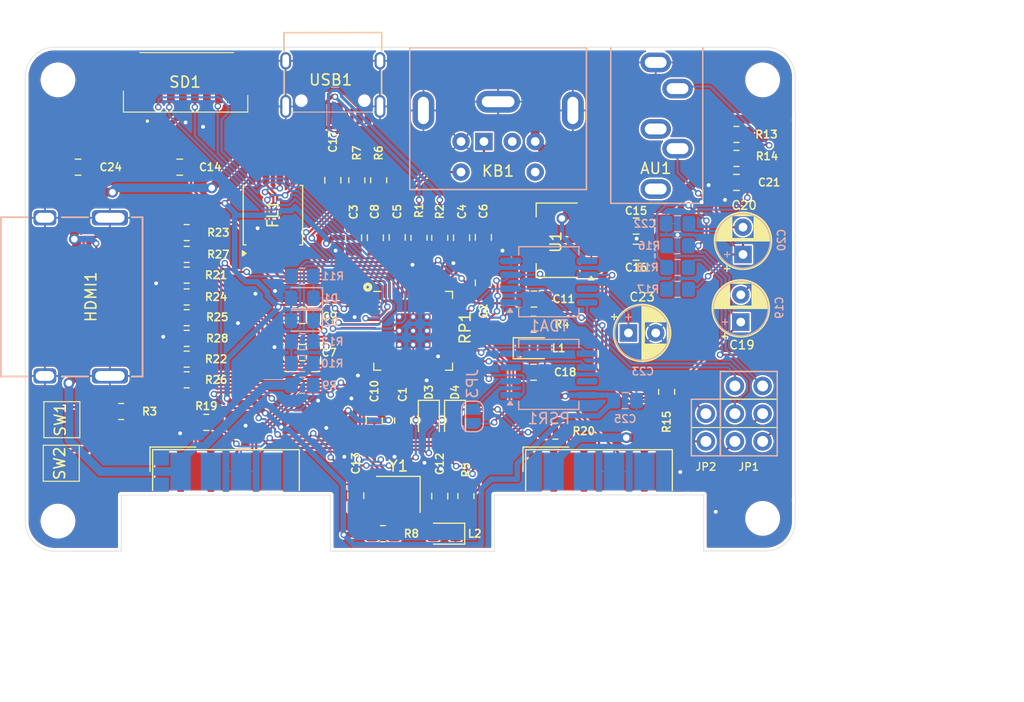
<source format=kicad_pcb>
(kicad_pcb (version 20240108) (generator "pcbnew") (generator_version "8.0")
  (title_block (title "CORE") (date "2024-12-16") (rev "1.0") (company "Mikhail Matveev"))
  (layers (0 "F.Cu" signal) (31 "B.Cu" signal) (34 "B.Paste" user) (35 "F.Paste" user) (36 "B.SilkS" user "B.Silkscreen") (37 "F.SilkS" user "F.Silkscreen") (38 "B.Mask" user) (39 "F.Mask" user) (44 "Edge.Cuts" user))
  (net 0 "")
  (net 1 "GND")
  (net 2 "/Audio/R")
  (net 3 "/Audio/L")
  (net 4 "/Audio/R*")
  (net 5 "/Audio/L*")
  (net 6 "Net-(RP1-VREG_VOUT)")
  (net 7 "+3V3")
  (net 8 "/RP2040/XIN")
  (net 9 "Net-(C13-Pad1)")
  (net 10 "VBUS")
  (net 11 "Net-(C19-Pad1)")
  (net 12 "Net-(C20-Pad1)")
  (net 13 "/Audio/FLT")
  (net 14 "/PS2_CLK")
  (net 15 "/PS2_DATA")
  (net 16 "/GP1_DATA")
  (net 17 "/GP2_DATA")
  (net 18 "/RP2040/QSPI_SCLK")
  (net 19 "/RP2040/QSPI_SD3")
  (net 20 "/RP2040/QSPI_SD2")
  (net 21 "/RP2040/QSPI_SS")
  (net 22 "/RP2040/QSPI_SD1")
  (net 23 "/RP2040/QSPI_SD0")
  (net 27 "/GP_J3")
  (net 28 "Net-(JOY1-Pad2)")
  (net 29 "/GP_J4")
  (net 34 "Net-(JOY2-Pad2)")
  (net 36 "/Audio/RIGHT_OUT")
  (net 37 "/Audio/LEFT_OUT")
  (net 38 "/AU_DATA")
  (net 39 "/AU_LRCK")
  (net 40 "/AU_SCLK")
  (net 41 "/Audio/BEEP_OUT")
  (net 42 "/Audio/RIGHT_TDA")
  (net 43 "/Audio/LEFT_TDA")
  (net 44 "Net-(KB1-Pad5)")
  (net 45 "Net-(KB1-Pad1)")
  (net 48 "Net-(L1-A)")
  (net 49 "Net-(L2-A)")
  (net 50 "Net-(RP1-USB_DP)")
  (net 51 "/D+")
  (net 52 "/D-")
  (net 53 "Net-(RP1-USB_DM)")
  (net 54 "/RP2040/~{USB_BOOT}")
  (net 55 "/RP2040/GPIO25")
  (net 56 "/RP2040/XOUT")
  (net 57 "Net-(USB1-CC1)")
  (net 58 "Net-(USB1-CC2)")
  (net 59 "/HDMI_D0N")
  (net 60 "/RP2040/GPIO24")
  (net 61 "/SD_DAT0")
  (net 62 "/SD_CLK")
  (net 63 "/SD_DAT3")
  (net 64 "/RP2040/GPIO29")
  (net 65 "/SD_CMD")
  (net 66 "Net-(HDMI1-D0N)")
  (net 67 "Net-(HDMI1-D2N)")
  (net 68 "/RP2040/SWD")
  (net 69 "/HDMI_D2N")
  (net 70 "/RP2040/SWCLK")
  (net 71 "/RUN")
  (net 72 "/RP2040/GPIO22")
  (net 73 "Net-(HDMI1-CLKN)")
  (net 74 "/HDMI_CLKN")
  (net 75 "/HDMI_D0P")
  (net 76 "/RP2040/GPIO23")
  (net 77 "Net-(HDMI1-D0P)")
  (net 78 "/Micro SD/DAT2")
  (net 79 "/Micro SD/POL")
  (net 80 "/Micro SD/DET")
  (net 81 "/Micro SD/DAT1")
  (net 84 "/HDMI_D1N")
  (net 85 "Net-(HDMI1-D1N)")
  (net 86 "Net-(HDMI1-D2P)")
  (net 87 "/HDMI_D2P")
  (net 88 "Net-(HDMI1-CLKP)")
  (net 89 "/HDMI_CLKP")
  (net 90 "/HDMI_D1P")
  (net 91 "Net-(HDMI1-D1P)")
  (net 97 "Net-(JP3-A)")
  (net 98 "/PSR_SOSIO")
  (net 101 "/PSR_SCLK")
  (net 102 "/PSR_SISIO")
  (net 103 "/PSR_CE")
  (footprint "LIBS:Button_SMD_3x3x2" (layer "F.Cu") (at 126.75 88.195 180)
    (property "Reference" "SW2")
    (property "Value" "Reset Button" (hide yes))
  )
  (footprint "LIBS:Medved_R_0805" (layer "F.Cu") (at 157.9 65.875 -90)
    (property "Reference" "R1")
    (property "Value" "27")
  )
  (footprint "LIBS:Medved_R_0805" (layer "F.Cu") (at 136.6 65.4)
    (property "Reference" "R23")
    (property "Value" "270R")
  )
  (footprint "MountingHole:MountingHole_2.7mm" (layer "F.Cu") (at 189.4 51.4)
    (property "Reference" "H2" (hide yes))
    (property "Value" "MountingHole" (hide yes))
  )
  (footprint "LIBS:Medved_C_0805" (layer "F.Cu") (at 161.8 65.875 90)
    (property "Reference" "C4")
    (property "Value" "100n")
  )
  (footprint "LIBS:Medved_C_0805" (layer "F.Cu") (at 151.9 65.875 90)
    (property "Reference" "C3")
    (property "Value" "1u")
  )
  (footprint "LIBS:Button_SMD_3x3x2" (layer "F.Cu") (at 126.805 84.2 180)
    (property "Reference" "SW1")
    (property "Value" "Flash Button" (hide yes))
  )
  (footprint "LIBS:Medved_C_0805" (layer "F.Cu") (at 159.8 89.5625 -90)
    (property "Reference" "C12")
    (property "Value" "15p")
  )
  (footprint "LIBS:Medved_R_0805" (layer "F.Cu") (at 136.6 73.2)
    (property "Reference" "R25")
    (property "Value" "270R")
  )
  (footprint "LIBS:Medved_CP_Radial_D5.0mm_P2.50mm" (layer "F.Cu") (at 187.6 67.405113 90)
    (property "Reference" "C20")
    (property "Value" "10u")
  )
  (footprint "LIBS:USB-TYPE-C-31-M-12_lib2" (layer "F.Cu") (at 150 47.05 180)
    (property "Reference" "USB1")
    (property "Value" "USB Type C")
  )
  (footprint "LIBS:Connector_Mini-DIN_Female_6Pin_2rows" (layer "F.Cu") (at 163.85 57.05 180)
    (property "Reference" "KB1")
    (property "Value" "PS/2")
  )
  (footprint "LIBS:Medved_C_0805" (layer "F.Cu") (at 152.1 89.5125 90)
    (property "Reference" "C13")
    (property "Value" "15p")
  )
  (footprint "LIBS:DSUB-9" (layer "F.Cu") (at 140.2 87.3)
    (property "Reference" "JOY1" (hide yes))
    (property "Value" "Joystick")
  )
  (footprint "LIBS:Medved_R_0805" (layer "F.Cu") (at 136.6 75.1)
    (property "Reference" "R28")
    (property "Value" "270R")
  )
  (footprint "LIBS:Medved_R_0805" (layer "F.Cu") (at 138.4 82.8 180)
    (property "Reference" "R19")
    (property "Value" "1k")
  )
  (footprint "LIBS:Medved_C_0805" (layer "F.Cu") (at 126.6375 59.4)
    (property "Reference" "C24")
    (property "Value" "0.1u")
  )
  (footprint "LIBS:Medved_JMP_2x03" (layer "F.Cu") (at 189.4 84.54 180)
    (property "Reference" "JP1")
    (property "Value" "Audio Jumpers")
  )
  (footprint "LIBS:Medved_C_0805" (layer "F.Cu") (at 163.8 70 90)
    (property "Reference" "C2")
    (property "Value" "100n")
  )
  (footprint "LIBS:Medved_C_0805" (layer "F.Cu") (at 156.4 82.6375 -90)
    (property "Reference" "C1")
    (property "Value" "100n")
  )
  (footprint "LIBS:Medved_R_0805" (layer "F.Cu") (at 187 58.6)
    (property "Reference" "R14")
    (property "Value" "330R")
  )
  (footprint "LIBS:Medved_L_0805" (layer "F.Cu") (at 168.4 76)
    (property "Reference" "L1")
    (property "Value" "LED")
  )
  (footprint "LIBS:Medved_R_0805" (layer "F.Cu") (at 136.6 71.3)
    (property "Reference" "R24")
    (property "Value" "270R")
  )
  (footprint "LIBS:Medved_C_0805" (layer "F.Cu") (at 135.9625 59.4 180)
    (property "Reference" "C14")
    (property "Value" "100n")
  )
  (footprint "LIBS:Medved_R_0805" (layer "F.Cu") (at 159.8 65.875 -90)
    (property "Reference" "R2")
    (property "Value" "27")
  )
  (footprint "LIBS:Medved_SOIC-8_5.23x5.23mm_P1.27mm" (layer "F.Cu") (at 144.505 63.8 90)
    (property "Reference" "FL1")
    (property "Value" "W25Q128JVS")
  )
  (footprint "LIBS:Medved_C_0805" (layer "F.Cu") (at 155.9 65.8375 90)
    (property "Reference" "C5")
    (property "Value" "1u")
  )
  (footprint "LIBS:Medved_R_0805" (layer "F.Cu") (at 130.6 81.8 180)
    (property "Reference" "R3")
    (property "Value" "1k")
  )
  (footprint "LIBS:Medved_C_0805" (layer "F.Cu") (at 153.8 82.6375 -90)
    (property "Reference" "C10")
    (property "Value" "100n")
  )
  (footprint "LIBS:RP2040-QFN-56" (layer "F.Cu") (at 157.3625 74.4)
    (property "Reference" "RP1")
    (property "Value" "RP2040")
  )
  (footprint "LIBS:Medved_PinHeader_1x02" (layer "F.Cu") (at 184.201 84.54 180)
    (property "Reference" "JP2")
    (property "Value" "I2S")
  )
  (footprint "LIBS:Medved_C_0805" (layer "F.Cu") (at 147.2 73 180)
    (property "Reference" "C9")
    (property "Value" "100n")
  )
  (footprint "LIBS:Medved_C_0805" (layer "F.Cu") (at 187 60.8 180)
    (property "Reference" "C21")
    (property "Value" "10n")
  )
  (footprint "LIBS:Medved_C_0805" (layer "F.Cu") (at 177.8 67.2)
    (property "Reference" "C16")
    (property "Value" "10u")
  )
  (footprint "LIBS:Medved_C_0805" (layer "F.Cu") (at 150 60.6 -90)
    (property "Reference" "C17")
    (property "Value" "0.1u")
  )
  (footprint "LIBS:microsd" (layer "F.Cu") (at 136.5 51.6 180)
    (property "Reference" "SD1")
    (property "Value" "47571-0001" (hide yes))
  )
  (footprint "LIBS:Medved_Jack_3.5mm_CUI_SJ1-3535NG_Horizontal" (layer "F.Cu") (at 179.6 49.8)
    (property "Reference" "AU1")
    (property "Value" "AUDIO OUT")
  )
  (footprint "LIBS:Medved_R_0805" (layer "F.Cu") (at 170.4 83.6)
    (property "Reference" "R20")
    (property "Value" "1k")
  )
  (footprint "LIBS:Medved_R_0805" (layer "F.Cu") (at 152.2 60.6 90)
    (property "Reference" "R7")
    (property "Value" "5.1K")
  )
  (footprint "MountingHole:MountingHole_2.7mm" (layer "F.Cu") (at 189.4 91.6)
    (property "Reference" "H3" (hide yes))
    (property "Value" "MountingHole" (hide yes))
  )
  (footprint "LIBS:Medved_D_0805" (layer "F.Cu") (at 161.2 82.6375 -90)
    (property "Reference" "D4")
    (property "Value" "3V3")
  )
  (footprint "LIBS:HDMI" (layer "F.Cu") (at 129.56 71.291 -90)
    (property "Reference" "HDMI1")
    (property "Value" "HDMI")
  )
  (footprint "LIBS:Medved_R_0805" (layer "F.Cu") (at 136.6 67.4)
    (property "Reference" "R27")
    (property "Value" "270R")
  )
  (footprint "LIBS:Medved_CP_Radial_D5.0mm_P2.50mm" (layer "F.Cu") (at 177.1 74.6)
    (property "Reference" "C23")
    (property "Value" "10u")
  )
  (footprint "LIBS:Medved_R_0805" (layer "F.Cu") (at 162.2 89.55 -90)
    (property "Reference" "R5")
    (property "Value" "1k")
  )
  (footprint "LIBS:Medved_C_0805" (layer "F.Cu") (at 177.8 64.8)
    (property "Reference" "C15")
    (property "Value" "10u")
  )
  (footprint "LIBS:Medved_R_0805" (layer "F.Cu") (at 136.6 69.3)
    (property "Reference" "R21")
    (property "Value" "270R")
  )
  (footprint "LIBS:Medved_C_0805" (layer "F.Cu") (at 153.9 65.875 90)
    (property "Reference" "C8")
    (property "Value" "100n")
  )
  (footprint "LIBS:Medved_D_0805" (layer "F.Cu") (at 158.8 82.6375 -90)
    (property "Reference" "D3")
    (property "Value" "3V3")
  )
  (footprint "LIBS:Medved_R_0805" (layer "F.Cu") (at 136.6 78.9)
    (property "Reference" "R26")
    (property "Value" "270R")
  )
  (footprint "LIBS:Medved_R_0805" (layer "F.Cu") (at 187 56.4)
    (property "Reference" "R13")
    (property "Value" "330R")
  )
  (footprint "LIBS:Medved_R_0805" (layer "F.Cu") (at 180.6 80 -90)
    (property "Reference" "R15")
    (property "Value" "1k")
  )
  (footprint "LIBS:Medved_R_0805" (layer "F.Cu") (at 136.6 77)
    (property "Reference" "R22")
    (property "Value" "270R")
  )
  (footprint "LIBS:Medved_R_0805" (layer "F.Cu") (at 154.2 60.6 90)
    (property "Reference" "R6")
    (property "Value" "5.1K")
  )
  (footprint "LIBS:Medved_CP_Radial_D5.0mm_P2.50mm" (layer "F.Cu") (at 187.4 73.6 90)
    (property "Reference" "C19")
    (property "Value" "10u")
  )
  (footprint "Crystal:Crystal_SMD_3225-4Pin_3.2x2.5mm" (layer "F.Cu") (at 156 89.4 180)
    (property "Reference" "Y1")
    (property "Value" "ABM8-272-T3")
  )
  (footprint "LIBS:Medved_L_0805" (layer "F.Cu") (at 160.225 93 180)
    (property "Reference" "L2")
    (property "Value" "GREEN")
  )
  (footprint "LIBS:Medved_C_0805" (layer "F.Cu") (at 163.8 65.8375 90)
    (property "Reference" "C6")
    (property "Value" "100n")
  )
  (footprint "MountingHole:MountingHole_2.7mm" (layer "F.Cu") (at 124.8 91.85)
    (property "Reference" "H4" (hide yes))
    (property "Value" "MountingHole" (hide yes))
  )
  (footprint "LIBS:Medved_C_0805" (layer "F.Cu") (at 168.4 78.2 180)
    (property "Reference" "C18")
    (property "Value" "0.1u")
  )
  (footprint "LIBS:Medved_R_0805" (layer "F.Cu") (at 154.6 93 180)
    (property "Reference" "R8")
    (property "Value" "1K")
  )
  (footprint "LIBS:Medved_SOT-223-3_TabPin2" (layer "F.Cu") (at 170.55 66.1 180)
    (property "Reference" "U1")
    (property "Value" "NCP1117-3.3_SOT223")
  )
  (footprint "LIBS:DSUB-9" (layer "F.Cu") (at 174.4 87.3)
    (property "Reference" "JOY2" (hide yes))
    (property "Value" "Joystick")
  )
  (footprint "LIBS:Medved_C_0805" (layer "F.Cu") (at 147.2 76.4 180)
    (property "Reference" "C7")
    (property "Value" "100n")
  )
  (footprint "MountingHole:MountingHole_2.7mm" (layer "F.Cu") (at 124.8 51.4)
    (property "Reference" "H1" (hide yes))
    (property "Value" "MountingHole" (hide yes))
  )
  (footprint "LIBS:Medved_C_0805" (layer "F.Cu") (at 168.4385 71.489)
    (property "Reference" "C11")
    (property "Value" "100n")
  )
  (footprint "LIBS:Medved_R_0805" (layer "F.Cu") (at 168.4 73.8 180)
    (property "Reference" "R4")
    (property "Value" "1K")
  )
  (footprint "LIBS:Medved_R_0805" (layer "B.Cu") (at 147.2 69.4)
    (property "Reference" "R11")
    (property "Value" "100R")
  )
  (footprint "LIBS:Medved_R_0805" (layer "B.Cu") (at 181.6 68.6)
    (property "Reference" "R18")
    (property "Value" "1k")
  )
  (footprint "LIBS:Medved_C_0805" (layer "B.Cu") (at 176.8 80.8)
    (property "Reference" "C25")
    (property "Value" "0.1u")
  )
  (footprint "Package_SO:SO-8_5.3x6.2mm_P1.27mm" (layer "B.Cu") (at 169.8 69.905)
    (property "Reference" "TDA1")
    (property "Value" "TDA1387T")
  )
  (footprint "LIBS:Medved_D_0805" (layer "B.Cu") (at 147.2 71.4 180)
    (property "Reference" "D1")
    (property "Value" "3V3")
  )
  (footprint "LIBS:Medved_R_0805" (layer "B.Cu") (at 147.2 79.4)
    (property "Reference" "R9")
    (property "Value" "1k")
  )
  (footprint "LIBS:Medved_C_0805" (layer "B.Cu") (at 181.6 64.58 180)
    (property "Reference" "C22")
    (property "Value" "10n")
  )
  (footprint "LIBS:Medved_R_0805" (layer "B.Cu") (at 147.2 77.4 180)
    (property "Reference" "R10")
    (property "Value" "1k")
  )
  (footprint "LIBS:Medved_R_0805" (layer "B.Cu") (at 181.6 70.6 180)
    (property "Reference" "R17")
    (property "Value" "2k")
  )
  (footprint "LIBS:Medved_R_0805" (layer "B.Cu") (at 147.2 75.4)
    (property "Reference" "R12")
    (property "Value" "100R")
  )
  (footprint "Package_SO:SO-8_5.3x6.2mm_P1.27mm" (layer "B.Cu") (at 169.8 78.4)
    (property "Reference" "PSR1")
    (property "Value" "PSRAM")
  )
  (footprint "LIBS:Medved_D_0805" (layer "B.Cu") (at 147.2 73.473 180)
    (property "Reference" "D2")
    (property "Value" "3V3")
  )
  (footprint "LIBS:Medved_R_0805" (layer "B.Cu") (at 181.6 66.6 180)
    (property "Reference" "R16")
    (property "Value" "2k")
  )
  (footprint "Jumper:SolderJumper-2_P1.3mm_Open_RoundedPad1.0x1.5mm" (layer "B.Cu") (at 162.8 82.25 -90)
    (property "Reference" "JP3")
    (property "Value" "JMP PSRAM" (hide yes))
  )
  (gr_circle (center 153.2 70.4) (end 153.079199 70.4) (stroke (width 0.3)) (fill none) (layer "F.SilkS"))
  (gr_line (start 183.985 89.45) (end 183.985 94.585) (stroke (width 0.05)) (layer "Edge.Cuts"))
  (gr_arc (start 192.385 91.885) (mid 191.594188 93.794188) (end 189.685 94.585) (stroke (width 0.05)) (layer "Edge.Cuts"))
  (gr_line (start 149.77 89.465) (end 149.77 94.6) (stroke (width 0.05)) (layer "Edge.Cuts"))
  (gr_line (start 124.500531 94.6012) (end 130.6 94.6) (stroke (width 0.05)) (layer "Edge.Cuts"))
  (gr_line (start 183.985 89.45) (end 164.815 89.45) (stroke (width 0.05)) (layer "Edge.Cuts"))
  (gr_line (start 121.8 51.1) (end 121.8 91.901201) (stroke (width 0.05)) (layer "Edge.Cuts"))
  (gr_arc (start 189.685 48.4) (mid 191.594188 49.190812) (end 192.385 51.1) (stroke (width 0.05)) (layer "Edge.Cuts"))
  (gr_line (start 149.77 94.600022) (end 164.815 94.600002) (stroke (width 0.05)) (layer "Edge.Cuts"))
  (gr_line (start 149.77 89.465) (end 130.6 89.465) (stroke (width 0.05)) (layer "Edge.Cuts"))
  (gr_line (start 130.6 89.465) (end 130.6 94.6) (stroke (width 0.05)) (layer "Edge.Cuts"))
  (gr_arc (start 121.8 51.1) (mid 122.590812 49.190812) (end 124.5 48.4) (stroke (width 0.05)) (layer "Edge.Cuts"))
  (gr_line (start 192.385 51.1) (end 192.385 91.885) (stroke (width 0.05)) (layer "Edge.Cuts"))
  (gr_line (start 124.5 48.4) (end 189.685 48.4) (stroke (width 0.05)) (layer "Edge.Cuts"))
  (gr_line (start 183.985 94.585) (end 189.685 94.585) (stroke (width 0.05)) (layer "Edge.Cuts"))
  (gr_arc (start 124.500531 94.6012) (mid 122.591 93.810576) (end 121.8 91.901201) (stroke (width 0.05)) (layer "Edge.Cuts"))
  (gr_line (start 164.815 89.45) (end 164.815 94.600002) (stroke (width 0.05)) (layer "Edge.Cuts"))
  (segment (start 146.1625 73) (end 145.022182 73) (width 0.2) (layer "F.Cu") (net 1))
  (segment (start 144.45 72.427818) (end 144.45 71) (width 0.2) (layer "F.Cu") (net 1))
  (segment (start 165.55 67.05) (end 163.8 68.8) (width 0.2) (layer "F.Cu") (net 1))
  (segment (start 144.45 71) (end 144.7 70.75) (width 0.2) (layer "F.Cu") (net 1))
  (segment (start 145.022182 73) (end 144.45 72.427818) (width 0.2) (layer "F.Cu") (net 1))
  (via (at 138.1 55.7) (size 0.6) (drill 0.35) (layers "F.Cu" "B.Cu") (net 1))
  (via (at 142.9 71) (size 0.6) (drill 0.35) (layers "F.Cu" "B.Cu") (net 1))
  (via (at 151.7 80.6) (size 0.6) (drill 0.35) (layers "F.Cu" "B.Cu") (net 1))
  (via (at 152 73.15) (size 0.6) (drill 0.35) (layers "F.Cu" "B.Cu") (net 1))
  (via (at 185.1 91) (size 0.6) (drill 0.35) (layers "F.Cu" "B.Cu") (net 1))
  (via (at 142 83.1) (size 0.6) (drill 0.35) (layers "F.Cu" "B.Cu") (net 1))
  (via (at 134.45 74.95) (size 0.6) (drill 0.35) (layers "F.Cu" "B.Cu") (net 1))
  (via (at 136.5 55.3) (size 0.6) (drill 0.35) (layers "F.Cu" "B.Cu") (net 1))
  (via (at 161.05 68.2) (size 0.6) (drill 0.35) (layers "F.Cu" "B.Cu") (net 1))
  (via (at 144.65 75.9) (size 0.6) (drill 0.35) (layers "F.Cu" "B.Cu") (net 1))
  (via (at 184.45 61.05) (size 0.6) (drill 0.35) (layers "F.Cu" "B.Cu") (net 1))
  (via (at 157.3 68.35) (size 0.6) (drill 0.35) (layers "F.Cu" "B.Cu") (net 1))
  (via (at 185.95 62.4) (size 0.6) (drill 0.35) (layers "F.Cu" "B.Cu") (net 1))
  (via (at 158.6 78.95) (size 0.6) (drill 0.35) (layers "F.Cu" "B.Cu") (net 1))
  (via (at 150.25 67.05) (size 0.6) (drill 0.35) (layers "F.Cu" "B.Cu") (net 1))
  (via (at 158.4 86.5) (size 0.6) (drill 0.35) (layers "F.Cu" "B.Cu") (net 1))
  (via (at 144.7 70.75) (size 0.6) (drill 0.35) (layers "F.Cu" "B.Cu") (net 1))
  (via (at 181.85 87.35) (size 0.6) (drill 0.35) (layers "F.Cu" "B.Cu") (net 1))
  (via (at 159.9 87.05) (size 0.6) (drill 0.35) (layers "F.Cu" "B.Cu") (net 1))
  (via (at 136 83.8) (size 0.6) (drill 0.35) (layers "F.Cu" "B.Cu") (net 1))
  (via (at 149.5 73.05) (size 0.6) (drill 0.35) (layers "F.Cu" "B.Cu") (net 1))
  (via (at 151.05 85.95) (size 0.6) (drill 0.35) (layers "F.Cu" "B.Cu") (net 1))
  (via (at 155.65 85.95) (size 0.6) (drill 0.35) (layers "F.Cu" "B.Cu") (net 1))
  (via (at 143.1 65) (size 0.6) (drill 0.35) (layers "F.Cu" "B.Cu") (net 1))
  (via (at 149.4 83.3) (size 0.6) (drill 0.35) (layers "F.Cu" "B.Cu") (net 1))
  (via (at 165.55 67.05) (size 0.6) (drill 0.35) (layers "F.Cu" "B.Cu") (net 1))
  (via (at 177.85 65.95) (size 0.6) (drill 0.35) (layers "F.Cu" "B.Cu") (net 1))
  (via (at 141.3 73.7) (size 0.6) (drill 0.35) (layers "F.Cu" "B.Cu") (net 1))
  (via (at 152.3 78.5) (size 0.6) (drill 0.35) (layers "F.Cu" "B.Cu") (net 1))
  (via (at 159.65 76.75) (size 0.6) (drill 0.35) (layers "F.Cu" "B.Cu") (net 1))
  (via (at 183.8 62.6) (size 0.6) (drill 0.35) (layers "F.Cu" "B.Cu") (net 1))
  (via (at 148.65 80.8) (size 0.6) (drill 0.35) (layers "F.Cu" "B.Cu") (net 1))
  (via (at 133.8 70.05) (size 0.6) (drill 0.35) (layers "F.Cu" "B.Cu") (net 1))
  (via (at 181.6 65.6) (size 0.6) (drill 0.35) (layers "F.Cu" "B.Cu") (net 1))
  (segment (start 146.175 73.473) (end 146.175 71.4) (width 0.2) (layer "B.Cu") (net 1))
  (segment (start 144.7 70.75) (end 145.525 70.75) (width 0.2) (layer "B.Cu") (net 1))
  (segment (start 145.525 70.75) (end 146.175 71.4) (width 0.2) (layer "B.Cu") (net 1))
  (segment (start 183.5 61.8) (end 183.4 61.8) (width 0.2) (layer "F.Cu") (net 2))
  (segment (start 187.6 64.905113) (end 186.600087 64.905113) (width 0.2) (layer "F.Cu") (net 2))
  (segment (start 183.6 62) (end 183.5 61.9) (width 0.2) (layer "F.Cu") (net 2))
  (segment (start 186.600087 64.905113) (end 185.125 63.430026) (width 0.2) (layer "F.Cu") (net 2))
  (segment (start 183.4 61.8) (end 183.5 61.9) (width 0.2) (layer "F.Cu") (net 2))
  (segment (start 185.125 62) (end 183.6 62) (width 0.2) (layer "F.Cu") (net 2))
  (segment (start 185.125 63.430026) (end 185.125 62) (width 0.2) (layer "F.Cu") (net 2))
  (segment (start 183.5 61.9) (end 183.5 61.8) (width 0.2) (layer "F.Cu") (net 2))
  (segment (start 185.125 59.475) (end 186 58.6) (width 0.2) (layer "F.Cu") (net 2))
  (segment (start 185.125 62) (end 185.125 59.475) (width 0.2) (layer "F.Cu") (net 2))
  (via (at 183.5 61.8) (size 0.6) (drill 0.35) (layers "F.Cu" "B.Cu") (net 2))
  (segment (start 183.5 61.8) (end 181.6 59.9) (width 0.2) (layer "B.Cu") (net 2))
  (segment (start 181.6 59.9) (end 181.6 57.5) (width 0.2) (layer "B.Cu") (net 2))
  (segment (start 186.65 57.05) (end 186.95 57.35) (width 0.2) (layer "F.Cu") (net 3))
  (segment (start 189.1 64.8) (end 187 62.7) (width 0.2) (layer "F.Cu") (net 3))
  (segment (start 187 62.7) (end 187 57.4) (width 0.2) (layer "F.Cu") (net 3))
  (segment (start 187.4 71.1) (end 189.1 69.4) (width 0.2) (layer "F.Cu") (net 3))
  (segment (start 187 57.4) (end 186.65 57.05) (width 0.2) (layer "F.Cu") (net 3))
  (segment (start 186.65 57.05) (end 186 56.4) (width 0.2) (layer "F.Cu") (net 3))
  (segment (start 186.95 57.35) (end 189.95 57.35) (width 0.2) (layer "F.Cu") (net 3))
  (segment (start 189.1 69.4) (end 189.1 64.8) (width 0.2) (layer "F.Cu") (net 3))
  (segment (start 189.95 57.35) (end 190 57.4) (width 0.2) (layer "F.Cu") (net 3))
  (via (at 190 57.4) (size 0.6) (drill 0.35) (layers "F.Cu" "B.Cu") (net 3))
  (segment (start 184.6 52) (end 181.6 52) (width 0.2) (layer "B.Cu") (net 3))
  (segment (start 190 57.4) (end 184.6 52) (width 0.2) (layer "B.Cu") (net 3))
  (segment (start 157.38685 71.65) (end 157.1625 71.42565) (width 0.2) (layer "F.Cu") (net 6))
  (segment (start 156.4 81.6) (end 157.9625 80.0375) (width 0.2) (layer "F.Cu") (net 6))
  (segment (start 159.1625 71.42565) (end 158.93815 71.65) (width 0.2) (layer "F.Cu") (net 6))
  (segment (start 159.25 71.96185) (end 158.93815 71.65) (width 0.2) (layer "F.Cu") (net 6))
  (segment (start 157.9625 77.8375) (end 157.9625 77.27319) (width 0.2) (layer "F.Cu") (net 6))
  (segment (start 159.1625 68.409683) (end 159.1625 70.9625) (width 0.2) (layer "F.Cu") (net 6))
  (segment (start 157.9625 77.27319) (end 159.25 75.98569) (width 0.2) (layer "F.Cu") (net 6))
  (segment (start 159.25 75.98569) (end 159.25 71.96185) (width 0.2) (layer "F.Cu") (net 6))
  (segment (start 157.1625 69.257474) (end 155.655026 67.75) (width 0.2) (layer "F.Cu") (net 6))
  (segment (start 155.655026 67.75) (end 152.7375 67.75) (width 0.2) (layer "F.Cu") (net 6))
  (segment (start 163.2375 71.0375) (end 161.8 69.6) (width 0.2) (layer "F.Cu") (net 6))
  (segment (start 152.7375 67.75) (end 151.9 66.9125) (width 0.2) (layer "F.Cu") (net 6))
  (segment (start 157.1625 70.9625) (end 157.1625 69.257474) (width 0.2) (layer "F.Cu") (net 6))
  (segment (start 158.93815 71.65) (end 157.38685 71.65) (width 0.2) (layer "F.Cu") (net 6))
  (segment (start 157.1625 71.42565) (end 157.1625 70.9625) (width 0.2) (layer "F.Cu") (net 6))
  (segment (start 159.647183 67.925) (end 159.1625 68.409683) (width 0.2) (layer "F.Cu") (net 6))
  (segment (start 159.1625 70.9625) (end 159.1625 71.42565) (width 0.2) (layer "F.Cu") (net 6))
  (segment (start 157.9625 80.0375) (end 157.9625 77.8375) (width 0.2) (layer "F.Cu") (net 6))
  (via (at 159.647183 67.925) (size 0.6) (drill 0.35) (layers "F.Cu" "B.Cu") (net 6))
  (via (at 161.8 69.6) (size 0.6) (drill 0.35) (layers "F.Cu" "B.Cu") (net 6))
  (segment (start 160.972183 69.25) (end 161.45 69.25) (width 0.2) (layer "B.Cu") (net 6))
  (segment (start 159.647183 67.925) (end 160.972183 69.25) (width 0.2) (layer "B.Cu") (net 6))
  (segment (start 161.45 69.25) (end 161.8 69.6) (width 0.2) (layer "B.Cu") (net 6))
  (segment (start 143.800002 81.949998) (end 142.850004 81) (width 0.5) (layer "F.Cu") (net 7))
  (segment (start 152.2 71.4) (end 151.605636 71.4) (width 0.2) (layer "F.Cu") (net 7))
  (segment (start 149.946446 65.853554) (end 149.4 66.4) (width 0.5) (layer "F.Cu") (net 7))
  (segment (start 157.925 67.725) (end 157.9625 67.7625) (width 0.2) (layer "F.Cu") (net 7))
  (segment (start 153.925 71.8) (end 152.6 71.8) (width 0.2) (layer "F.Cu") (net 7))
  (segment (start 175.6625 66.1) (end 176.7625 67.2) (width 0.5) (layer "F.Cu") (net 7))
  (segment (start 167.3625 78.2) (end 169.5625 80.4) (width 0.5) (layer "F.Cu") (net 7))
  (segment (start 156.95 67.4375) (end 156.95 67.439034) (width 0.2) (layer "F.Cu") (net 7))
  (segment (start 159.5625 70.9625) (end 159.5625 69.008359) (width 0.2) (layer "F.Cu") (net 7))
  (segment (start 163.035966 71.8) (end 163.110966 71.875) (width 0.2) (layer "F.Cu") (net 7))
  (segment (start 164.575 66.1) (end 163.8 66.875) (width 0.5) (layer "F.Cu") (net 7))
  (segment (start 153.9 66.9125) (end 152.841054 65.853554) (width 0.5) (layer "F.Cu") (net 7))
  (segment (start 154.6375 80.7625) (end 153.8 81.6) (width 0.2) (layer "F.Cu") (net 7))
  (segment (start 161.8 66.9125) (end 163.7625 66.9125) (width 0.5) (layer "F.Cu") (net 7))
  (segment (start 155.1 82.6) (end 154.8 82.6) (width 0.5) (layer "F.Cu") (net 7))
  (segment (start 152.841054 65.853554) (end 149.946446 65.853554) (width 0.5) (layer "F.Cu") (net 7))
  (segment (start 145.175 72.025) (end 147.2625 72.025) (width 0.2) (layer "F.Cu") (net 7))
  (segment (start 145 72.2) (end 145.175 72.025) (width 0.2) (layer "F.Cu") (net 7))
  (segment (start 156.875 65.9) (end 160.7875 65.9) (width 0.4) (layer "F.Cu") (net 7))
  (segment (start 138.4 62.7) (end 140.1 62.7) (width 0.2) (layer "F.Cu") (net 7))
  (segment (start 145.260546 83.22284) (end 146.283386 82.2) (width 0.5) (layer "F.Cu") (net 7))
  (segment (start 156.742526 80.7625) (end 154.6375 80.7625) (width 0.2) (layer "F.Cu") (net 7))
  (segment (start 157.235966 67.725) (end 157.925 67.725) (width 0.2) (layer "F.Cu") (net 7))
  (segment (start 156.3875 66.875) (end 156.95 67.4375) (width 0.2) (layer "F.Cu") (net 7))
  (segment (start 137 61.3) (end 138.4 62.7) (width 0.2) (layer "F.Cu") (net 7))
  (segment (start 148.85 76.4) (end 149.4 75.85) (width 0.2) (layer "F.Cu") (net 7))
  (segment (start 157.5625 77.8375) (end 157.5625 79.942526) (width 0.2) (layer "F.Cu") (net 7))
  (segment (start 136.25 54.33995) (end 134.9 55.68995) (width 0.5) (layer "F.Cu") (net 7))
  (segment (start 148.2375 73.4375) (end 149.2 74.4) (width 0.2) (layer "F.Cu") (net 7))
  (segment (start 159.5625 69.008359) (end 159.704141 69.008359) (width 0.2) (layer "F.Cu") (net 7))
  (segment (start 156.95 67.439034) (end 157.235966 67.725) (width 0.2) (layer "F.Cu") (net 7))
  (segment (start 157.9625 70.9625) (end 157.5625 70.9625) (width 0.2) (layer "F.Cu") (net 7))
  (segment (start 167.3625 77.4) (end 166 77.4) (width 0.2) (layer "F.Cu") (net 7))
  (segment (start 150.9 82.2) (end 151.4 81.7) (width 0.5) (layer "F.Cu") (net 7))
  (segment (start 146.283386 82.2) (end 150.9 82.2) (width 0.5) (layer "F.Cu") (net 7))
  (segment (start 140.7 81) (end 140.3 80.6) (width 0.5) (layer "F.Cu") (net 7))
  (segment (start 153.9 66.9125) (end 155.8625 66.9125) (width 0.5) (layer "F.Cu") (net 7))
  (segment (start 149.2375 71.8) (end 148.6375 72.4) (width 0.2) (layer "F.Cu") (net 7))
  (segment (start 148.7605 76.6) (end 148.6375 76.477) (width 0.2) (layer "F.Cu") (net 7))
  (segment (start 149.54606 76.6) (end 148.7605 76.6) (width 0.2) (layer "F.Cu") (net 7))
  (segment (start 142.850004 81) (end 140.7 81) (width 0.5) (layer "F.Cu") (net 7))
  (segment (start 163.110966 71.875) (end 167.015 71.875) (width 0.2) (layer "F.Cu") (net 7))
  (segment (start 134.9 57.3) (end 137 59.4) (width 0.5) (layer "F.Cu") (net 7))
  (segment (start 167.4 66.1) (end 173.7 66.1) (width 0.5) (layer "F.Cu") (net 7))
  (segment (start 157.5625 79.942526) (end 156.742526 80.7625) (width 0.2) (layer "F.Cu") (net 7))
  (segment (start 159.704141 69.008359) (end 160.026323 68.686177) (width 0.2) (layer "F.Cu") (net 7))
  (segment (start 169.5625 80.4) (end 171.3 80.4) (width 0.5) (layer "F.Cu") (net 7))
  (segment (start 137 59.4) (end 137 61.3) (width 0.2) (layer "F.Cu") (net 7))
  (segment (start 155.9 66.875) (end 156.875 65.9) (width 0.4) (layer "F.Cu") (net 7))
  (segment (start 164 75.4) (end 160.8 75.4) (width 0.2) (layer "F.Cu") (net 7))
  (segment (start 153.925 75.4) (end 150.74606 75.4) (width 0.2) (layer "F.Cu") (net 7))
  (segment (start 167.4 66.1) (end 167.4 71.488) (width 0.5) (layer "F.Cu") (net 7))
  (segment (start 167.4 66.1) (end 164.575 66.1) (width 0.5) (layer "F.Cu") (net 7))
  (segment (start 147.2625 72.025) (end 148.2375 73) (width 0.2) (layer "F.Cu") (net 7))
  (segment (start 140.1 62.7) (end 142.6 60.2) (width 0.2) (layer "F.Cu") (net 7))
  (segment (start 151.605636 71.4) (end 151.205636 71.8) (width 0.2) (layer "F.Cu") (net 7))
  (segment (start 160.026323 68.686177) (end 160.026323 68.323677) (width 0.2) (layer "F.Cu") (net 7))
  (segment (start 148.2375 76.4) (end 148.85 76.4) (width 0.2) (layer "F.Cu") (net 7))
  (segment (start 166 77.4) (end 164 75.4) (width 0.2) (layer "F.Cu") (net 7))
  (segment (start 159.9625 70.9625) (end 159.9625 70.4) (width 0.2) (layer "F.Cu") (net 7))
  (segment (start 157.9625 67.7625) (end 157.9625 70.9625) (width 0.2) (layer "F.Cu") (net 7))
  (segment (start 151.205636 71.8) (end 149.2375 71.8) (width 0.2) (layer "F.Cu") (net 7))
  (segment (start 159.9625 70.4) (end 163.4875 66.875) (width 0.2) (layer "F.Cu") (net 7))
  (segment (start 160.026323 68.323677) (end 161.4375 66.9125) (width 0.2) (layer "F.Cu") (net 7))
  (segment (start 151 93.1) (end 153.5 93.1) (width 0.5) (layer "F.Cu") (net 7))
  (segment (start 134.9 55.68995) (end 134.9 57.3) (width 0.5) (layer "F.Cu") (net 7))
  (segment (start 173.7 66.1) (end 175.6625 66.1) (width 0.5) (layer "F.Cu") (net 7))
  (segment (start 150.74606 75.4) (end 149.54606 76.6) (width 0.2) (layer "F.Cu") (net 7))
  (segment (start 160.7875 65.9) (end 161.8 66.9125) (width 0.4) (layer "F.Cu") (net 7))
  (segment (start 160.8 71.8) (end 163.035966 71.8) (width 0.2) (layer "F.Cu") (net 7))
  (segment (start 136.25 52.79) (end 136.25 54.33995) (width 0.5) (layer "F.Cu") (net 7))
  (segment (start 154.8 82.6) (end 153.8 81.6) (width 0.5) (layer "F.Cu") (net 7))
  (segment (start 152.6 71.8) (end 152.2 71.4) (width 0.2) (layer "F.Cu") (net 7))
  (via (at 145 72.2) (size 0.6) (drill 0.35) (layers "F.Cu" "B.Cu") (net 7))
  (via (at 151.4 81.7) (size 0.6) (drill 0.35) (layers "F.Cu" "B.Cu") (net 7))
  (via (at 155.1 82.6) (size 0.6) (drill 0.35) (layers "F.Cu" "B.Cu") (net 7))
  (via (at 171.3 80.4) (size 0.6) (drill 0.35) (layers "F.Cu" "B.Cu") (net 7))
  (via (at 143.800002 81.949998) (size 0.6) (drill 0.35) (layers "F.Cu" "B.Cu") (net 7))
  (via (at 145.260546 83.22284) (size 0.6) (drill 0.35) (layers "F.Cu" "B.Cu") (net 7))
  (via (at 140.1 62.7) (size 0.6) (drill 0.35) (layers "F.Cu" "B.Cu") (net 7))
  (via (at 149.4 75.85) (size 0.6) (drill 0.35) (layers "F.Cu" "B.Cu") (net 7))
  (via (at 149.2 74.4) (size 0.6) (drill 0.35) (layers "F.Cu" "B.Cu") (net 7))
  (via (at 151 93.1) (size 0.6) (drill 0.35) (layers "F.Cu" "B.Cu") (net 7))
  (via (at 140.3 80.6) (size 0.6) (drill 0.35) (layers "F.Cu" "B.Cu") (net 7))
  (via (at 149.4 66.4) (size 0.6) (drill 0.35) (layers "F.Cu" "B.Cu") (net 7))
  (segment (start 145.437706 83.4) (end 145.260546 83.22284) (width 0.5) (layer "B.Cu") (net 7))
  (segment (start 149.2 75.65) (end 149.4 75.85) (width 0.2) (layer "B.Cu") (net 7))
  (segment (start 145.260546 83.22284) (end 144.737706 82.7) (width 0.5) (layer "B.Cu") (net 7))
  (segment (start 143.949998 81.949998) (end 143.800002 81.949998) (width 0.5) (layer "B.Cu") (net 7))
  (segment (start 152.3 82.6) (end 155.1 82.6) (width 0.5) (layer "B.Cu") (net 7))
  (segment (start 144.737706 82.7) (end 144.7 82.7) (width 0.5) (layer "B.Cu") (net 7))
  (segment (start 151.9 94) (end 163.6 94) (width 0.5) (layer "B.Cu") (net 7))
  (segment (start 166.9 88) (end 166.9 86.587183) (width 0.5) (layer "B.Cu") (net 7))
  (segment (start 149.4 66.4) (end 149.4 65.897054) (width 0.5) (layer "B.Cu") (net 7))
  (segment (start 151.4 81.7) (end 152.3 82.6) (width 0.5) (layer "B.Cu") (net 7))
  (segment (start 164.5 88) (end 166.9 88) (width 0.5) (layer "B.Cu") (net 7))
  (segment (start 143.05 69.9) (end 144 70.85) (width 0.5) (layer "B.Cu") (net 7))
  (segment (start 174.3625 82.2) (end 175.7625 80.8) (width 0.5) (layer "B.Cu") (net 7))
  (segment (start 144.852866 63.801395) (end 141.201395 63.801395) (width 0.5) (layer "B.Cu") (net 7))
  (segment (start 163.6 94) (end 163.6 88.9) (width 0.5) (layer "B.Cu") (net 7))
  (segment (start 141 68.88995) (end 142.01005 69.9) (width 0.5) (layer "B.Cu") (net 7))
  (segment (start 146.20381 63.37609) (end 145.278171 63.37609) (width 0.5) (layer "B.Cu") (net 7))
  (segment (start 173.3 80.305) (end 175.2675 80.305) (width 0.5) (layer "B.Cu") (net 7))
  (segment (start 144 70.85) (end 144 71.2) (width 0.5) (layer "B.Cu") (net 7))
  (segment (start 171.395 80.305) (end 173.3 80.305) (width 0.5) (layer "B.Cu") (net 7))
  (segment (start 171.287183 82.2) (end 174.3625 82.2) (width 0.5) (layer "B.Cu") (net 7))
  (segment (start 149.2 74.4) (end 149.2 75.65) (width 0.2) (layer "B.Cu") (net 7))
  (segment (start 151 93.1) (end 151.9 94) (width 0.5) (layer "B.Cu") (net 7))
  (segment (start 145.278171 63.37609) (end 144.852866 63.801395) (width 0.5) (layer "B.Cu") (net 7))
  (segment (start 145 72.3) (end 140.3 77) (width 0.5) (layer "B.Cu") (net 7))
  (segment (start 146.541423 63.038477) (end 146.20381 63.37609) (width 0.5) (layer "B.Cu") (net 7))
  (segment (start 171.3 80.4) (end 171.395 80.305) (width 0.5) (layer "B.Cu") (net 7))
  (segment (start 141.201395 63.801395) (end 140.1 62.7) (width 0.5) (layer "B.Cu") (net 7))
  (segment (start 163.6 88.9) (end 164.5 88) (width 0.5) (layer "B.Cu") (net 7))
  (segment (start 151 93.1) (end 150.95 93.05) (width 0.5) (layer "B.Cu") (net 7))
  (segment (start 142.01005 69.9) (end 143.05 69.9) (width 0.5) (layer "B.Cu") (net 7))
  (segment (start 175.2675 80.305) (end 175.7625 80.8) (width 0.5) (layer "B.Cu") (net 7))
  (segment (start 149.4 65.897054) (end 146.541423 63.038477) (width 0.5) (layer "B.Cu") (net 7))
  (segment (start 140.3 77) (end 140.3 80.6) (width 0.5) (layer "B.Cu") (net 7))
  (segment (start 166.9 86.587183) (end 171.287183 82.2) (width 0.5) (layer "B.Cu") (net 7))
  (segment (start 144.7 82.7) (end 143.949998 81.949998) (width 0.5) (layer "B.Cu") (net 7))
  (segment (start 144 71.2) (end 145 72.2) (width 0.5) (layer "B.Cu") (net 7))
  (segment (start 145.9 83.4) (end 145.437706 83.4) (width 0.5) (layer "B.Cu") (net 7))
  (segment (start 150.95 93.05) (end 150.95 88.45) (width 0.5) (layer "B.Cu") (net 7))
  (segment (start 140.1 62.7) (end 141 63.6) (width 0.5) (layer "B.Cu") (net 7))
  (segment (start 141 63.6) (end 141 68.88995) (width 0.5) (layer "B.Cu") (net 7))
  (segment (start 150.95 88.45) (end 145.9 83.4) (width 0.5) (layer "B.Cu") (net 7))
  (segment (start 161.535966 87.7) (end 161.85 87.7) (width 0.2) (layer "F.Cu") (net 8))
  (segment (start 157.6 89.05) (end 159.275 89.05) (width 0.2) (layer "F.Cu") (net 8))
  (segment (start 161.552513 85.847487) (end 161.447487 85.847487) (width 0.2) (layer "F.Cu") (net 8))
  (segment (start 153.053491 84.95) (end 152.475 84.371509) (width 0.2) (layer "F.Cu") (net 8))
  (segment (start 152.475 84.371509) (end 152.475 80.725) (width 0.2) (layer "F.Cu") (net 8))
  (segment (start 160.55 84.95) (end 153.053491 84.95) (width 0.2) (layer "F.Cu") (net 8))
  (segment (start 156.465078 80.05) (end 156.7625 79.752578) (width 0.2) (layer "F.Cu") (net 8))
  (segment (start 159.8 88.525) (end 161.25 88.525) (width 0.2) (layer "F.Cu") (net 8))
  (segment (start 161.85 87.7) (end 161.85 86.144974) (width 0.2) (layer "F.Cu") (net 8))
  (segment (start 153.15 80.05) (end 156.465078 80.05) (width 0.2) (layer "F.Cu") (net 8))
  (segment (start 161.25 87.985966) (end 161.535966 87.7) (width 0.2) (layer "F.Cu") (net 8))
  (segment (start 156.7625 79.752578) (end 156.7625 77.8375) (width 0.2) (layer "F.Cu") (net 8))
  (segment (start 159.275 89.05) (end 159.775 88.55) (width 0.2) (layer "F.Cu") (net 8))
  (segment (start 161.25 88.525) (end 161.25 87.985966) (width 0.2) (layer "F.Cu") (net 8))
  (segment (start 161.85 86.144974) (end 161.552513 85.847487) (width 0.2) (layer "F.Cu") (net 8))
  (segment (start 152.475 80.725) (end 153.15 80.05) (width 0.2) (layer "F.Cu") (net 8))
  (segment (start 161.447487 85.847487) (end 160.55 84.95) (width 0.2) (layer "F.Cu") (net 8))
  (segment (start 154.9 90.25) (end 152.4 90.25) (width 0.2) (layer "F.Cu") (net 9))
  (segment (start 154.9 90.25) (end 156.0875 91.4375) (width 0.2) (layer "F.Cu") (net 9))
  (segment (start 161.3125 91.4375) (end 162.2 90.55) (width 0.2) (layer "F.Cu") (net 9))
  (segment (start 156.0875 91.4375) (end 161.3125 91.4375) (width 0.2) (layer "F.Cu") (net 9))
  (segment (start 147.55 54.745) (end 147.55 57.1125) (width 0.4) (layer "F.Cu") (net 10))
  (segment (start 182.8 86.396667) (end 180.603333 84.2) (width 0.8) (layer "F.Cu") (net 10))
  (segment (start 180.603333 84.2) (end 176.9 84.2) (width 0.8) (layer "F.Cu") (net 10))
  (segment (start 143.062538 54.962538) (end 142.2 55.825076) (width 0.8) (layer "F.Cu") (net 10))
  (segment (start 176.7625 64.8) (end 178.3625 63.2) (width 0.8) (layer "F.Cu") (net 10))
  (segment (start 147.55 57.1125) (end 150 59.5625) (width 0.4) (layer "F.Cu") (net 10))
  (segment (start 128.978208 61.7) (end 129.8 61.7) (width 0.8) (layer "F.Cu") (net 10))
  (segment (start 127.9 61.7) (end 125.6 59.4) (width 0.8) (layer "F.Cu") (net 10))
  (segment (start 126.5 66.2) (end 126.5 78.5) (width 0.8) (layer "F.Cu") (net 10))
  (segment (start 173.7 63.8) (end 175.7625 63.8) (width 0.8) (layer "F.Cu") (net 10))
  (segment (start 185.461702 55) (end 191.3 55) (width 0.8) (layer "F.Cu") (net 10))
  (segment (start 147.55 54.745) (end 147.55 53.956016) (width 0.4) (layer "F.Cu") (net 10))
  (segment (start 190.9 89.6) (end 190.05 88.75) (width 0.8) (layer "F.Cu") (net 10))
  (segment (start 142.2 58) (end 138.9 61.3) (width 0.8) (layer "F.Cu") (net 10))
  (segment (start 146.05 51) (end 143.062538 53.987462) (width 0.8) (layer "F.Cu") (net 10))
  (segment (start 182.8 88.75) (end 182.8 86.396667) (width 0.8) (layer "F.Cu") (net 10))
  (segment (start 175.7625 63.8) (end 176.7625 64.8) (width 0.8) (layer "F.Cu") (net 10))
  (segment (start 164.492031 51.55) (end 153.885076 51.55) (width 0.8) (layer "F.Cu") (net 10))
  (segment (start 171.4 63.8) (end 171 64.2) (width 0.8) (layer "F.Cu") (net 10))
  (segment (start 142.2 55.825076) (end 142.2 58) (width 0.8) (layer "F.Cu") (net 10))
  (segment (start 128.82 67.291) (end 128.3 66.771) (width 0.2) (layer "F.Cu") (net 10))
  (segment (start 191.3 55) (end 191.685 55.385) (width 0.8) (layer "F.Cu") (net 10))
  (segment (start 126.3 66) (end 126.3 64.378208) (width 0.8) (layer "F.Cu") (net 10))
  (segment (start 183.9 56.561702) (end 185.461702 55) (width 0.8) (layer "F.Cu") (net 10))
  (segment (start 173.7 63.8) (end 173.7 62.2) (width 0.8) (layer "F.Cu") (net 10))
  (segment (start 145.2125 57.1125) (end 143.062538 54.962538) (width 0.5) (layer "F.Cu") (net 10))
  (segment (start 143.062538 53.987462) (end 143.062538 54.962538) (width 0.8) (layer "F.Cu") (net 10))
  (segment (start 173.7 62.2) (end 168.55 57.05) (width 0.8) (layer "F.Cu") (net 10))
  (segment (start 153.335076 51) (end 146.05 51) (width 0.8) (layer "F.Cu") (net 10))
  (segment (start 153.885076 51.55) (end 153.335076 51) (width 0.8) (layer "F.Cu") (net 10))
  (segment (start 150.793984 52.3) (end 152.45 53.956016) (width 0.4) (layer "F.Cu") (net 10))
  (segment (start 165.492031 50.55) (end 164.492031 51.55) (width 0.8) (layer "F.Cu") (net 10))
  (segment (start 126.3 64.378208) (end 128.978208 61.7) (width 0.8) (layer "F.Cu") (net 10))
  (segment (start 173.7 63.8) (end 171.4 63.8) (width 0.8) (layer "F.Cu") (net 10))
  (segment (start 191.685 55.385) (end 191.685 89.6) (width 0.8) (layer "F.Cu") (net 10))
  (segment (start 129.8 61.7) (end 127.9 61.7) (width 0.8) (layer "F.Cu") (net 10))
  (segment (start 147.55 57.1125) (end 145.2125 57.1125) (width 0.5) (layer "F.Cu") (net 10))
  (segment (start 178.3625 63.2) (end 180.7 63.2) (width 0.8) (layer "F.Cu") (net 10))
  (segment (start 149.206016 52.3) (end 150.793984 52.3) (width 0.4) (layer "F.Cu") (net 10))
  (segment (start 190.05 88.75) (end 182.8 88.75) (width 0.8) (layer "F.Cu") (net 10))
  (segment (start 180.7 63.2) (end 183.9 60) (width 0.8) (layer "F.Cu") (net 10))
  (segment (start 183.9 60) (end 183.9 56.561702) (width 0.8) (layer "F.Cu") (net 10))
  (segment (start 152.45 53.956016) (end 152.45 54.745) (width 0.4) (layer "F.Cu") (net 10))
  (segment (start 130.32 67.291) (end 128.82 67.291) (width 0.2) (layer "F.Cu") (net 10))
  (segment (start 168.55 53.607969) (end 165.492031 50.55) (width 0.8) (layer "F.Cu") (net 10))
  (segment (start 168.55 57.05) (end 168.55 53.607969) (width 0.8) (layer "F.Cu") (net 10))
  (segment (start 126.3 66) (end 126.5 66.2) (width 0.8) (layer "F.Cu") (net 10))
  (segment (start 128.3 66.771) (end 128.3 66.4) (width 0.2) (layer "F.Cu") (net 10))
  (segment (start 126.5 78.5) (end 125.8 79.2) (width 0.8) (layer "F.Cu") (net 10))
  (segment (start 191.685 89.6) (end 190.9 89.6) (width 0.8) (layer "F.Cu") (net 10))
  (segment (start 147.55 53.956016) (end 149.206016 52.3) (width 0.4) (layer "F.Cu") (net 10))
  (via (at 176.9 84.2) (size 1) (drill 0.6) (layers "F.Cu" "B.Cu") (net 10))
  (via (at 138.9 61.3) (size 1) (drill 0.6) (layers "F.Cu" "B.Cu") (net 10))
  (via (at 171 64.1) (size 1) (drill 0.6) (layers "F.Cu" "B.Cu") (net 10))
  (via (at 128.3 66.4) (size 0.6) (drill 0.35) (layers "F.Cu" "B.Cu") (net 10))
  (via (at 125.8 79.2) (size 1) (drill 0.6) (layers "F.Cu" "B.Cu") (net 10))
  (via (at 126.3 66) (size 1) (drill 0.6) (layers "F.Cu" "B.Cu") (net 10))
  (via (at 129.8 61.7) (size 1) (drill 0.6) (layers "F.Cu" "B.Cu") (net 10))
  (segment (start 128.7 87.3) (end 136.045 87.3) (width 0.8) (layer "B.Cu") (net 10))
  (segment (start 176.9 84.2) (end 172.528333 84.2) (width 0.8) (layer "B.Cu") (net 10))
  (segment (start 130.1 61.3) (end 129.8 61.6) (width 0.8) (layer "B.Cu") (net 10))
  (segment (start 173.3 68) (end 171 65.7) (width 0.4) (layer "B.Cu") (net 10))
  (segment (start 138.9 61.3) (end 130.1 61.3) (width 0.8) (layer "B.Cu") (net 10))
  (segment (start 137.341667 85.01) (end 138.19 85.01) (width 0.8) (layer "B.Cu") (net 10))
  (segment (start 171 65.7) (end 171 64.1) (width 0.4) (layer "B.Cu") (net 10))
  (segment (start 143.8 79.4) (end 146.2 79.4) (width 0.8) (layer "B.Cu") (net 10))
  (segment (start 127.9 66) (end 126.3 66) (width 0.6) (layer "B.Cu") (net 10))
  (segment (start 136.045 86.306667) (end 137.341667 85.01) (width 0.8) (layer "B.Cu") (net 10))
  (segment (start 172.528333 84.2) (end 170.245 86.483333) (width 0.8) (layer "B.Cu") (net 10))
  (segment (start 125.8 79.2) (end 125.8 84.4) (width 0.8) (layer "B.Cu") (net 10))
  (segment (start 138.19 85.01) (end 143.8 79.4) (width 0.8) (layer "B.Cu") (net 10))
  (segment (start 125.8 84.4) (end 128.7 87.3) (width 0.8) (layer "B.Cu") (net 10))
  (segment (start 146.2 79.4) (end 148.2 77.4) (width 0.8) (layer "B.Cu") (net 10))
  (segment (start 128.3 66.4) (end 127.9 66) (width 0.6) (layer "B.Cu") (net 10))
  (segment (start 184.25 65.85) (end 184.25 64.3) (width 0.2) (layer "F.Cu") (net 11))
  (segment (start 180.6 79) (end 182 79) (width 0.2) (layer "F.Cu") (net 11))
  (segment (start 188 62.2) (end 188 60.8375) (width 0.2) (layer "F.Cu") (net 11))
  (segment (start 183.5 66.6) (end 184.25 65.85) (width 0.2) (layer "F.Cu") (net 11))
  (segment (start 182 79) (end 187.4 73.6) (width 0.2) (layer "F.Cu") (net 11))
  (via (at 184.25 64.3) (size 0.6) (drill 0.35) (layers "F.Cu" "B.Cu") (net 11))
  (via (at 188 62.2) (size 0.6) (drill 0.35) (layers "F.Cu" "B.Cu") (net 11))
  (via (at 183.5 66.6) (size 0.6) (drill 0.35) (layers "F.Cu" "B.Cu") (net 11))
  (segment (start 184.100001 67.2) (end 186.35 69.449999) (width 0.2) (layer "B.Cu") (net 11))
  (segment (start 186.35 69.449999) (end 186.35 72.55) (width 0.2) (layer "B.Cu") (net 11))
  (segment (start 186.35 72.55) (end 187.4 73.6) (width 0.2) (layer "B.Cu") (net 11))
  (segment (start 184.25 64.3) (end 184.25 64.35) (width 0.2) (layer "B.Cu") (net 11))
  (segment (start 182.6 66.6) (end 183.5 66.6) (width 0.2) (layer "B.Cu") (net 11))
  (segment (start 183.5 63.3) (end 186.9 63.3) (width 0.2) (layer "B.Cu") (net 11))
  (segment (start 183.5 67.1) (end 183.6 67.2) (width 0.2) (layer "B.Cu") (net 11))
  (segment (start 183.5 63.3) (end 183.5 63.6) (width 0.2) (layer "B.Cu") (net 11))
  (segment (start 184.2 64.3) (end 184.25 64.3) (width 0.2) (layer "B.Cu") (net 11))
  (segment (start 183.6 67.2) (end 184.100001 67.2) (width 0.2) (layer "B.Cu") (net 11))
  (segment (start 183.5 63.6) (end 184.2 64.3) (width 0.2) (layer "B.Cu") (net 11))
  (segment (start 183.5 66.6) (end 183.5 67.1) (width 0.2) (layer "B.Cu") (net 11))
  (segment (start 186.9 63.3) (end 188 62.2) (width 0.2) (layer "B.Cu") (net 11))
  (segment (start 184.25 64.35) (end 184.2 64.3) (width 0.2) (layer "B.Cu") (net 11))
  (segment (start 186.394887 67.405113) (end 187.6 67.405113) (width 0.2) (layer "F.Cu") (net 12))
  (segment (start 183.15 63.45) (end 184.65 63.45) (width 0.2) (layer "F.Cu") (net 12))
  (segment (start 184.65 63.45) (end 187.6 66.4) (width 0.2) (layer "F.Cu") (net 12))
  (segment (start 184.4 69.4) (end 186.394887 67.405113) (width 0.2) (layer "F.Cu") (net 12))
  (segment (start 187.6 66.4) (end 187.6 67.405113) (width 0.2) (layer "F.Cu") (net 12))
  (segment (start 182.6 62.9) (end 183.15 63.45) (width 0.2) (layer "F.Cu") (net 12))
  (via (at 182.6 62.9) (size 0.6) (drill 0.35) (layers "F.Cu" "B.Cu") (net 12))
  (via (at 184.4 69.4) (size 0.6) (drill 0.35) (layers "F.Cu" "B.Cu") (net 12))
  (segment (start 179.725 65.889034) (end 179.725 63.675) (width 0.2) (layer "B.Cu") (net 12))
  (segment (start 183.1875 65.25) (end 185.444887 65.25) (width 0.2) (layer "B.Cu") (net 12))
  (segment (start 180.6 68.5) (end 179.75 67.65) (width 0.2) (layer "B.Cu") (net 12))
  (segment (start 183.4 70.4) (end 184.4 69.4) (width 0.2) (layer "B.Cu") (net 12))
  (segment (start 182.6375 64.7) (end 183.1875 65.25) (width 0.2) (layer "B.Cu") (net 12))
  (segment (start 182.6 70.4) (end 183.4 70.4) (width 0.2) (layer "B.Cu") (net 12))
  (segment (start 179.75 67.65) (end 179.75 65.914034) (width 0.2) (layer "B.Cu") (net 12))
  (segment (start 180.5 62.9) (end 182.6 62.9) (width 0.2) (layer "B.Cu") (net 12))
  (segment (start 179.75 65.914034) (end 179.725 65.889034) (width 0.2) (layer "B.Cu") (net 12))
  (segment (start 185.444887 65.25) (end 187.6 67.405113) (width 0.2) (layer "B.Cu") (net 12))
  (segment (start 179.725 63.675) (end 180.5 62.9) (width 0.2) (layer "B.Cu") (net 12))
  (segment (start 177.1 72.705112) (end 174.934888 70.54) (width 0.2) (layer "B.Cu") (net 13))
  (segment (start 174.934888 70.54) (end 173.3 70.54) (width 0.2) (layer "B.Cu") (net 13))
  (segment (start 177.1 74.6) (end 177.1 72.705112) (width 0.2) (layer "B.Cu") (net 13))
  (segment (start 151.35061 72.15) (end 151.75061 71.75) (width 0.2) (layer "F.Cu") (net 14))
  (segment (start 151.25 72.15) (end 151.35061 72.15) (width 0.2) (layer "F.Cu") (net 14))
  (segment (start 152.055026 71.75) (end 152.505026 72.2) (width 0.2) (layer "F.Cu") (net 14))
  (segment (start 151.75061 71.75) (end 152.055026 71.75) (width 0.2) (layer "F.Cu") (net 14))
  (segment (start 151.013909 72.386091) (end 151.25 72.15) (width 0.2) (layer "F.Cu") (net 14))
  (segment (start 152.505026 72.2) (end 153.925 72.2) (width 0.2) (layer "F.Cu") (net 14))
  (via (at 151.013909 72.386091) (size 0.6) (drill 0.35) (layers "F.Cu" "B.Cu") (net 14))
  (segment (start 150.027818 71.4) (end 148.225 71.4) (width 0.2) (layer "B.Cu") (net 14))
  (segment (start 148.225 71.4) (end 148.225 69.425) (width 0.2) (layer "B.Cu") (net 14))
  (segment (start 151.013909 72.386091) (end 150.027818 71.4) (width 0.2) (layer "B.Cu") (net 14))
  (segment (start 152.377818 72.6) (end 153.925 72.6) (width 0.2) (layer "F.Cu") (net 15))
  (segment (start 150.2 72.35) (end 150.786091 72.936091) (width 0.2) (layer "F.Cu") (net 15))
  (segment (start 151.241727 72.936091) (end 151.70061 72.477208) (width 0.2) (layer "F.Cu") (net 15))
  (segment (start 151.886701 72.108883) (end 152.377818 72.6) (width 0.2) (layer "F.Cu") (net 15))
  (segment (start 150.786091 72.936091) (end 151.241727 72.936091) (width 0.2) (layer "F.Cu") (net 15))
  (segment (start 151.70061 72.294974) (end 151.886701 72.108883) (width 0.2) (layer "F.Cu") (net 15))
  (segment (start 151.70061 72.477208) (end 151.70061 72.294974) (width 0.2) (layer "F.Cu") (net 15))
  (via (at 150.2 72.35) (size 0.6) (drill 0.35) (layers "F.Cu" "B.Cu") (net 15))
  (segment (start 148.2 73.4) (end 148.2 75.375) (width 0.2) (layer "B.Cu") (net 15))
  (segment (start 148.764034 72.35) (end 148.45 72.35) (width 0.2) (layer "B.Cu") (net 15))
  (segment (start 148.45 72.35) (end 148.225 72.575) (width 0.2) (layer "B.Cu") (net 15))
  (segment (start 149.05 72.064034) (end 148.764034 72.35) (width 0.2) (layer "B.Cu") (net 15))
  (segment (start 149.05 71.75) (end 149.05 72.064034) (width 0.2) (layer "B.Cu") (net 15))
  (segment (start 150.2 72.35) (end 149.6 71.75) (width 0.2) (layer "B.Cu") (net 15))
  (segment (start 148.225 72.575) (end 148.225 73.473) (width 0.2) (layer "B.Cu") (net 15))
  (segment (start 149.6 71.75) (end 149.05 71.75) (width 0.2) (layer "B.Cu") (net 15))
  (segment (start 152.908516 85.3) (end 158.3 85.3) (width 0.2) (layer "F.Cu") (net 16))
  (segment (start 158.3 85.3) (end 158.6 85.6) (width 0.2) (layer "F.Cu") (net 16))
  (segment (start 158.6 85.6) (end 158.8 85.6) (width 0.2) (layer "F.Cu") (net 16))
  (segment (start 144.214458 84.23664) (end 144.427818 84.45) (width 0.2) (layer "F.Cu") (net 16))
  (segment (start 144.427818 84.45) (end 152.058516 84.45) (width 0.2) (layer "F.Cu") (net 16))
  (segment (start 158.8 85.6) (end 158.8 85.8) (width 0.2) (layer "F.Cu") (net 16))
  (segment (start 158.8 85.8) (end 158.7 85.7) (width 0.2) (layer "F.Cu") (net 16))
  (segment (start 159.7875 82.6) (end 158.8 81.6125) (width 0.2) (layer "F.Cu") (net 16))
  (segment (start 160 82.6) (end 159.7875 82.6) (width 0.2) (layer "F.Cu") (net 16))
  (segment (start 158.8 81.6125) (end 159.5625 80.85) (width 0.2) (layer "F.Cu") (net 16))
  (segment (start 159.5625 80.85) (end 159.5625 77.8375) (width 0.2) (layer "F.Cu") (net 16))
  (segment (start 152.058516 84.45) (end 152.908516 85.3) (width 0.2) (layer "F.Cu") (net 16))
  (segment (start 139.4 82.999998) (end 141.152758 84.752756) (width 0.2) (layer "F.Cu") (net 16))
  (via (at 158.8 85.6) (size 0.6) (drill 0.35) (layers "F.Cu" "B.Cu") (net 16))
  (via (at 141.152758 84.752756) (size 0.6) (drill 0.35) (layers "F.Cu" "B.Cu") (net 16))
  (via (at 160 82.6) (size 0.6) (drill 0.35) (layers "F.Cu" "B.Cu") (net 16))
  (via (at 144.214458 84.23664) (size 0.6) (drill 0.35) (layers "F.Cu" "B.Cu") (net 16))
  (segment (start 141.400002 85) (end 143.451098 85) (width 0.2) (layer "B.Cu") (net 16))
  (segment (start 158.8 83.8) (end 160 82.6) (width 0.2) (layer "B.Cu") (net 16))
  (segment (start 143.451098 85) (end 144.214458 84.23664) (width 0.2) (layer "B.Cu") (net 16))
  (segment (start 141.152758 84.752756) (end 141.400002 85) (width 0.2) (layer "B.Cu") (net 16))
  (segment (start 158.8 85.6) (end 158.8 83.8) (width 0.2) (layer "B.Cu") (net 16))
  (segment (start 159.9625 80.375) (end 161.2 81.6125) (width 0.2) (layer "F.Cu") (net 17))
  (segment (start 167.9 83.7) (end 169.3 83.7) (width 0.2) (layer "F.Cu") (net 17))
  (segment (start 159.9625 77.8375) (end 159.9625 80.375) (width 0.2) (layer "F.Cu") (net 17))
  (segment (start 161.2 81.6125) (end 165.1 81.6) (width 0.2) (layer "F.Cu") (net 17))
  (via (at 167.9 83.7) (size 0.6) (drill 0.35) (layers "F.Cu" "B.Cu") (net 17))
  (via (at 165.1 81.6) (size 0.6) (drill 0.35) (layers "F.Cu" "B.Cu") (net 17))
  (segment (start 165.1 81.6) (end 167.2 83.7) (width 0.2) (layer "B.Cu") (net 17))
  (segment (start 167.2 83.7) (end 167.9 83.7) (width 0.2) (layer "B.Cu") (net 17))
  (segment (start 144.548604 62.173577) (end 144.548604 62.629213) (width 0.2) (layer "F.Cu") (net 18))
  (segment (start 155.365078 68.45) (end 156.3625 69.447422) (width 0.2) (layer "F.Cu") (net 18))
  (segment (start 144.548604 62.629213) (end 144.348604 62.829213) (width 0.2) (layer "F.Cu") (net 18))
  (segment (start 144.348604 62.829213) (end 144.348604 64.75363) (width 0.2) (layer "F.Cu") (net 18))
  (segment (start 146.044974 65.15) (end 149.344974 68.45) (width 0.2) (layer "F.Cu") (net 18))
  (segment (start 144.348604 64.75363) (end 144.744974 65.15) (width 0.2) (layer "F.Cu") (net 18))
  (segment (start 144.744974 65.15) (end 146.044974 65.15) (width 0.2) (layer "F.Cu") (net 18))
  (segment (start 145.14 61.34) (end 145.14 60.2) (width 0.2) (layer "F.Cu") (net 18))
  (segment (start 143.777047 61.684865) (end 144.059892 61.684865) (width 0.2) (layer "F.Cu") (net 18))
  (segment (start 144.059892 61.684865) (end 144.548604 62.173577) (width 0.2) (layer "F.Cu") (net 18))
  (segment (start 149.344974 68.45) (end 155.365078 68.45) (width 0.2) (layer "F.Cu") (net 18))
  (segment (start 156.3625 69.447422) (end 156.3625 70.9625) (width 0.2) (layer "F.Cu") (net 18))
  (via (at 145.14 61.34) (size 0.6) (drill 0.35) (layers "F.Cu" "B.Cu") (net 18))
  (via (at 143.777047 61.684865) (size 0.6) (drill 0.35) (layers "F.Cu" "B.Cu") (net 18))
  (segment (start 144.121912 61.34) (end 145.14 61.34) (width 0.2) (layer "B.Cu") (net 18))
  (segment (start 143.777047 61.684865) (end 144.121912 61.34) (width 0.2) (layer "B.Cu") (net 18))
  (segment (start 156.7625 69.352448) (end 156.7625 70.9625) (width 0.2) (layer "F.Cu") (net 19))
  (segment (start 143.87 61) (end 144.898604 62.028604) (width 0.2) (layer "F.Cu") (net 19))
  (segment (start 146.189948 64.8) (end 149.489948 68.1) (width 0.2) (layer "F.Cu") (net 19))
  (segment (start 144.898604 62.028604) (end 144.898604 64.798604) (width 0.2) (layer "F.Cu") (net 19))
  (segment (start 143.87 60.2) (end 143.87 61) (width 0.2) (layer "F.Cu") (net 19))
  (segment (start 144.9 64.8) (end 146.189948 64.8) (width 0.2) (layer "F.Cu") (net 19))
  (segment (start 149.489948 68.1) (end 155.510052 68.1) (width 0.2) (layer "F.Cu") (net 19))
  (segment (start 144.898604 64.798604) (end 144.9 64.8) (width 0.2) (layer "F.Cu") (net 19))
  (segment (start 155.510052 68.1) (end 156.7625 69.352448) (width 0.2) (layer "F.Cu") (net 19))
  (segment (start 145.55 69.15) (end 145.14 68.74) (width 0.2) (layer "F.Cu") (net 20))
  (segment (start 155.5625 70.9625) (end 155.5625 69.63737) (width 0.2) (layer "F.Cu") (net 20))
  (segment (start 155.5625 69.63737) (end 155.07513 69.15) (width 0.2) (layer "F.Cu") (net 20))
  (segment (start 145.14 68.74) (end 145.14 67.4) (width 0.2) (layer "F.Cu") (net 20))
  (segment (start 155.07513 69.15) (end 145.55 69.15) (width 0.2) (layer "F.Cu") (net 20))
  (segment (start 154.7625 70.9625) (end 154.7625 69.957474) (width 0.2) (layer "F.Cu") (net 21))
  (segment (start 128.01147 79.491) (end 127.15 78.62953) (width 0.2) (layer "F.Cu") (net 21))
  (segment (start 134.95 64.45) (end 141.05 64.45) (width 0.2) (layer "F.Cu") (net 21))
  (segment (start 129.291 79.491) (end 128.01147 79.491) (width 0.2) (layer "F.Cu") (net 21))
  (segment (start 131.6 81.8) (end 129.291 79.491) (width 0.2) (layer "F.Cu") (net 21))
  (segment (start 127.15 78.62953) (end 127.15 65.789339) (width 0.2) (layer "F.Cu") (net 21))
  (segment (start 144.65 69.85) (end 142.6 67.8) (width 0.2) (layer "F.Cu") (net 21))
  (segment (start 133.610661 65.789339) (end 134.95 64.45) (width 0.2) (layer "F.Cu") (net 21))
  (segment (start 154.655026 69.85) (end 144.65 69.85) (width 0.2) (layer "F.Cu") (net 21))
  (segment (start 142.6 66) (end 142.6 67.4) (width 0.2) (layer "F.Cu") (net 21))
  (segment (start 141.05 64.45) (end 142.6 66) (width 0.2) (layer "F.Cu") (net 21))
  (segment (start 127.15 65.789339) (end 133.610661 65.789339) (width 0.2) (layer "F.Cu") (net 21))
  (segment (start 154.7625 69.957474) (end 154.655026 69.85) (width 0.2) (layer "F.Cu") (net 21))
  (segment (start 155.1625 70.9625) (end 155.1625 69.732344) (width 0.2) (layer "F.Cu") (net 22))
  (segment (start 143.87 68.199999) (end 143.87 67.4) (width 0.2) (layer "F.Cu") (net 22))
  (segment (start 155.1625 69.732344) (end 154.930156 69.5) (width 0.2) (layer "F.Cu") (net 22))
  (segment (start 154.930156 69.5) (end 145.170001 69.5) (width 0.2) (layer "F.Cu") (net 22))
  (segment (start 145.170001 69.5) (end 143.87 68.199999) (width 0.2) (layer "F.Cu") (net 22))
  (segment (start 146.41 61.19) (end 146.41 60.2) (width 0.2) (layer "F.Cu") (net 23))
  (segment (start 145.62391 61.97609) (end 146.41 61.19) (width 0.2) (layer "F.Cu") (net 23))
  (segment (start 149.2 68.8) (end 155.220104 68.8) (width 0.2) (layer "F.Cu") (net 23))
  (segment (start 145.9 65.5) (end 149.2 68.8) (width 0.2) (layer "F.Cu") (net 23))
  (segment (start 143.998604 62.401395) (end 143.998604 64.898604) (width 0.2) (layer "F.Cu") (net 23))
  (segment (start 143.998604 64.898604) (end 144.6 65.5) (width 0.2) (layer "F.Cu") (net 23))
  (segment (start 144.6 65.5) (end 145.9 65.5) (width 0.2) (layer "F.Cu") (net 23))
  (segment (start 155.9625 69.542396) (end 155.9625 70.9625) (width 0.2) (layer "F.Cu") (net 23))
  (segment (start 155.220104 68.8) (end 155.9625 69.542396) (width 0.2) (layer "F.Cu") (net 23))
  (via (at 143.998604 62.401395) (size 0.6) (drill 0.35) (layers "F.Cu" "B.Cu") (net 23))
  (via (at 145.62391 61.97609) (size 0.6) (drill 0.35) (layers "F.Cu" "B.Cu") (net 23))
  (segment (start 144.423909 61.97609) (end 143.998604 62.401395) (width 0.2) (layer "B.Cu") (net 23))
  (segment (start 145.62391 61.97609) (end 144.423909 61.97609) (width 0.2) (layer "B.Cu") (net 23))
  (segment (start 142.62 84.063332) (end 142.62 85.23) (width 0.2) (layer "F.Cu") (net 27))
  (segment (start 141.373333 85.31) (end 140.2 86.483333) (width 0.2) (layer "F.Cu") (net 27))
  (segment (start 156.15 87.7) (end 154.813541 87.7) (width 0.2) (layer "F.Cu") (net 27))
  (segment (start 154.9 79.7) (end 150.8 79.7) (width 0.2) (layer "F.Cu") (net 27))
  (segment (start 150.8 80.035275) (end 150.8 79.7) (width 0.2) (layer "F.Cu") (net 27))
  (segment (start 155.9625 78.6375) (end 154.9 79.7) (width 0.2) (layer "F.Cu") (net 27))
  (segment (start 174.4 84.3) (end 172.173466 82.073466) (width 0.2) (layer "F.Cu") (net 27))
  (segment (start 142.62 85.23) (end 142.54 85.31) (width 0.2) (layer "F.Cu") (net 27))
  (segment (start 168.426534 82.073466) (end 163.4 87.1) (width 0.2) (layer "F.Cu") (net 27))
  (segment (start 163.4 87.1) (end 163.4 88.864034) (width 0.2) (layer "F.Cu") (net 27))
  (segment (start 146.983332 79.7) (end 142.62 84.063332) (width 0.2) (layer "F.Cu") (net 27))
  (segment (start 172.173466 82.073466) (end 168.426534 82.073466) (width 0.2) (layer "F.Cu") (net 27))
  (segment (start 144 84.8) (end 143.43664 84.23664) (width 0.2) (layer "F.Cu") (net 27))
  (segment (start 142.54 85.31) (end 141.373333 85.31) (width 0.2) (layer "F.Cu") (net 27))
  (segment (start 154.813541 87.7) (end 151.913541 84.8) (width 0.2) (layer "F.Cu") (net 27))
  (segment (start 149.435275 81.4) (end 150.8 80.035275) (width 0.2) (layer "F.Cu") (net 27))
  (segment (start 174.4 87.3) (end 174.4 84.3) (width 0.2) (layer "F.Cu") (net 27))
  (segment (start 147.27328 80.67328) (end 148 81.4) (width 0.2) (layer "F.Cu") (net 27))
  (segment (start 156.15 89.4) (end 156.15 87.7) (width 0.2) (layer "F.Cu") (net 27))
  (segment (start 163.4 88.864034) (end 162.864034 89.4) (width 0.2) (layer "F.Cu") (net 27))
  (segment (start 151.913541 84.8) (end 144 84.8) (width 0.2) (layer "F.Cu") (net 27))
  (segment (start 148 81.4) (end 149.435275 81.4) (width 0.2) (layer "F.Cu") (net 27))
  (segment (start 143.43664 84.23664) (end 147.27328 80.4) (width 0.2) (layer "F.Cu") (net 27))
  (segment (start 162.864034 89.4) (end 156.15 89.4) (width 0.2) (layer "F.Cu") (net 27))
  (segment (start 147.27328 80.4) (end 147.27328 80.67328) (width 0.2) (layer "F.Cu") (net 27))
  (segment (start 150.8 79.7) (end 146.983332 79.7) (width 0.2) (layer "F.Cu") (net 27))
  (segment (start 155.9625 77.8375) (end 155.9625 78.6375) (width 0.2) (layer "F.Cu") (net 27))
  (segment (start 137.43 87.3) (end 137.43 82.83) (width 0.2) (layer "F.Cu") (net 28))
  (segment (start 142.97 84.208307) (end 142.97 87.3) (width 0.2) (layer "F.Cu") (net 29))
  (segment (start 143.855025 85.15) (end 143.852512 85.147488) (width 0.2) (layer "F.Cu") (net 29))
  (segment (start 172.318441 81.723466) (end 177.17 86.575025) (width 0.2) (layer "F.Cu") (net 29))
  (segment (start 160.8 86.3) (end 159.377818 86.3) (width 0.2) (layer "F.Cu") (net 29))
  (segment (start 147.128307 80.05) (end 142.97 84.208307) (width 0.2) (layer "F.Cu") (net 29))
  (segment (start 168.276534 81.723466) (end 172.318441 81.723466) (width 0.2) (layer "F.Cu") (net 29))
  (segment (start 158.327818 87.35) (end 154.958515 87.35) (width 0.2) (layer "F.Cu") (net 29))
  (segment (start 151.768567 85.15) (end 143.855025 85.15) (width 0.2) (layer "F.Cu") (net 29))
  (segment (start 149.607457 80.05) (end 147.128307 80.05) (width 0.2) (layer "F.Cu") (net 29))
  (segment (start 154.958515 87.35) (end 154.4 86.791485) (width 0.2) (layer "F.Cu") (net 29))
  (segment (start 162.806482 87.193518) (end 168.276534 81.723466) (width 0.2) (layer "F.Cu") (net 29))
  (segment (start 143.852512 85.147488) (end 142.97 86.03) (width 0.2) (layer "F.Cu") (net 29))
  (segment (start 155.5625 78.542526) (end 155.5625 77.8375) (width 0.2) (layer "F.Cu") (net 29))
  (segment (start 149.807457 80.25) (end 149.607457 80.05) (width 0.2) (layer "F.Cu") (net 29))
  (segment (start 161.3 86.8) (end 160.8 86.3) (width 0.2) (layer "F.Cu") (net 29))
  (segment (start 150.743724 79.150001) (end 150.943723 79.35) (width 0.2) (layer "F.Cu") (net 29))
  (segment (start 154.4 86.791485) (end 154.4 86.2) (width 0.2) (layer "F.Cu") (net 29))
  (segment (start 162.806482 87.517411) (end 162.806482 87.193518) (width 0.2) (layer "F.Cu") (net 29))
  (segment (start 152.4 86.2) (end 152.4 85.781433) (width 0.2) (layer "F.Cu") (net 29))
  (segment (start 159.377818 86.3) (end 158.327818 87.35) (width 0.2) (layer "F.Cu") (net 29))
  (segment (start 152.4 85.781433) (end 151.768567 85.15) (width 0.2) (layer "F.Cu") (net 29))
  (segment (start 150.943723 79.35) (end 154.755026 79.35) (width 0.2) (layer "F.Cu") (net 29))
  (segment (start 154.755026 79.35) (end 155.5625 78.542526) (width 0.2) (layer "F.Cu") (net 29))
  (via (at 161.3 86.8) (size 0.6) (drill 0.35) (layers "F.Cu" "B.Cu") (net 29))
  (via (at 149.807457 80.25) (size 0.6) (drill 0.35) (layers "F.Cu" "B.Cu") (net 29))
  (via (at 150.743724 79.150001) (size 0.6) (drill 0.35) (layers "F.Cu" "B.Cu") (net 29))
  (via (at 162.806482 87.517411) (size 0.6) (drill 0.35) (layers "F.Cu" "B.Cu") (net 29))
  (via (at 154.4 86.2) (size 0.6) (drill 0.35) (layers "F.Cu" "B.Cu") (net 29))
  (via (at 152.4 86.2) (size 0.6) (drill 0.35) (layers "F.Cu" "B.Cu") (net 29))
  (segment (start 154.193167 86.406833) (end 154.4 86.2) (width 0.2) (layer "B.Cu") (net 29))
  (segment (start 152.840044 86.2) (end 153.29568 86.2) (width 0.2) (layer "B.Cu") (net 29))
  (segment (start 152.4 86.2) (end 152.620022 86.420022) (width 0.2) (layer "B.Cu") (net 29))
  (segment (start 153.29568 86.2) (end 153.502513 86.406833) (width 0.2) (layer "B.Cu") (net 29))
  (segment (start 149.807457 80.086268) (end 149.807457 80.25) (width 0.2) (layer "B.Cu") (net 29))
  (segment (start 162.089071 86.8) (end 161.3 86.8) (width 0.2) (layer "B.Cu") (net 29))
  (segment (start 150.743724 79.150001) (end 149.807457 80.086268) (width 0.2) (layer "B.Cu") (net 29))
  (segment (start 153.502513 86.406833) (end 154.193167 86.406833) (width 0.2) (layer "B.Cu") (net 29))
  (segment (start 162.806482 87.517411) (end 162.089071 86.8) (width 0.2) (layer "B.Cu") (net 29))
  (segment (start 152.620022 86.420022) (end 152.840044 86.2) (width 0.2) (layer "B.Cu") (net 29))
  (segment (start 171.63 87.3) (end 171.63 83.83) (width 0.2) (layer "F.Cu") (net 34))
  (segment (start 190.5 77.6) (end 190.5 83.44) (width 0.2) (layer "F.Cu") (net 36))
  (segment (start 190.5 83.44) (end 189.4 84.54) (width 0.2) (layer "F.Cu") (net 36))
  (segment (start 185.5 76.6) (end 189.5 76.6) (width 0.2) (layer "F.Cu") (net 36))
  (segment (start 189.5 76.6) (end 190.5 77.6) (width 0.2) (layer "F.Cu") (net 36))
  (via (at 185.5 76.6) (size 0.6) (drill 0.35) (layers "F.Cu" "B.Cu") (net 36))
  (segment (start 185.772512 76.327488) (end 185.5 76.6) (width 0.2) (layer "B.Cu") (net 36))
  (segment (start 185.65 76.204975) (end 185.772512 76.327488) (width 0.2) (layer "B.Cu") (net 36))
  (segment (start 183.810052 67.9) (end 185.65 69.739948) (width 0.2) (layer "B.Cu") (net 36))
  (segment (start 183.2 67.9) (end 183.810052 67.9) (width 0.2) (layer "B.Cu") (net 36))
  (segment (start 182.6 68.5) (end 183.2 67.9) (width 0.2) (layer "B.Cu") (net 36))
  (segment (start 185.65 69.739948) (end 185.65 76.204975) (width 0.2) (layer "B.Cu") (net 36))
  (segment (start 182.44 83.44) (end 187.96 83.44) (width 0.2) (layer "F.Cu") (net 37))
  (segment (start 187.96 83.44) (end 189.4 82) (width 0.2) (layer "F.Cu") (net 37))
  (segment (start 180.6 81) (end 180.6 81.6) (width 0.2) (layer "F.Cu") (net 37))
  (segment (start 180.6 81.6) (end 182.44 83.44) (width 0.2) (layer "F.Cu") (net 37))
  (segment (start 174.15 77.85) (end 177.2 80.9) (width 0.2) (layer "F.Cu") (net 38))
  (segment (start 164.25577 73.4) (end 160.8 73.4) (width 0.2) (layer "F.Cu") (net 38))
  (segment (start 179.3 80.9) (end 177.2 80.9) (width 0.2) (layer "F.Cu") (net 38))
  (segment (start 165 69.8) (end 165.1 69.9) (width 0.2) (layer "F.Cu") (net 38))
  (segment (start 165.1 69.9) (end 165.1 71.2) (width 0.2) (layer "F.Cu") (net 38))
  (segment (start 180.3 82.3) (end 179.890992 82.3) (width 0.2) (layer "F.Cu") (net 38))
  (segment (start 179.3 81.709008) (end 179.3 80.9) (width 0.2) (layer "F.Cu") (net 38))
  (segment (start 183.7 85.7) (end 180.3 82.3) (width 0.2) (layer "F.Cu") (net 38))
  (segment (start 185.7 85.7) (end 183.7 85.7) (width 0.2) (layer "F.Cu") (net 38))
  (segment (start 174.15 73.65) (end 174.7 73.1) (width 0.2) (layer "F.Cu") (net 38))
  (segment (start 174.7 73.1) (end 174.7 69.8) (width 0.2) (layer "F.Cu") (net 38))
  (segment (start 174.15 77.85) (end 174.15 73.65) (width 0.2) (layer "F.Cu") (net 38))
  (segment (start 186.86 84.54) (end 185.7 85.7) (width 0.2) (layer "F.Cu") (net 38))
  (segment (start 174.7 69.8) (end 169.6 69.8) (width 0.2) (layer "F.Cu") (net 38))
  (segment (start 165.05 72.60577) (end 164.25577 73.4) (width 0.2) (layer "F.Cu") (net 38))
  (segment (start 179.890992 82.3) (end 179.3 81.709008) (width 0.2) (layer "F.Cu") (net 38))
  (segment (start 169.6 69.8) (end 169 69.2) (width 0.2) (layer "F.Cu") (net 38))
  (via (at 165.1 71.2) (size 0.6) (drill 0.35) (layers "F.Cu" "B.Cu") (net 38))
  (via (at 169 69.2) (size 0.6) (drill 0.35) (layers "F.Cu" "B.Cu") (net 38))
  (via (at 165.05 72.60577) (size 0.6) (drill 0.35) (layers "F.Cu" "B.Cu") (net 38))
  (via (at 165 69.8) (size 0.6) (drill 0.35) (layers "F.Cu" "B.Cu") (net 38))
  (segment (start 168.93 69.27) (end 169 69.2) (width 0.2) (layer "B.Cu") (net 38))
  (segment (start 165.77 69.8) (end 165 69.8) (width 0.2) (layer "B.Cu") (net 38))
  (segment (start 165.05 71.25) (end 165.1 71.2) (width 0.2) (layer "B.Cu") (net 38))
  (segment (start 165.05 72.60577) (end 165.05 71.25) (width 0.2) (layer "B.Cu") (net 38))
  (segment (start 166.3 69.27) (end 165.77 69.8) (width 0.2) (layer "B.Cu") (net 38))
  (segment (start 166.3 69.27) (end 168.93 69.27) (width 0.2) (layer "B.Cu") (net 38))
  (segment (start 162.45 72.6) (end 160.8 72.6) (width 0.2) (layer "F.Cu") (net 39))
  (segment (start 162.7 72.35) (end 162.45 72.6) (width 0.2) (layer "F.Cu") (net 39))
  (via (at 162.7 72.35) (size 0.6) (drill 0.35) (layers "F.Cu" "B.Cu") (net 39))
  (segment (start 186.210661 77.75) (end 177.260051 77.75) (width 0.2) (layer "B.Cu") (net 39))
  (segment (start 162.7 72.35) (end 164.51 70.54) (width 0.2) (layer "B.Cu") (net 39))
  (segment (start 186.86 79.46) (end 186.86 78.399339) (width 0.2) (layer "B.Cu") (net 39))
  (segment (start 177.260051 77.75) (end 173.260051 73.75) (width 0.2) (layer "B.Cu") (net 39))
  (segment (start 164.51 70.54) (end 166.3 70.54) (width 0.2) (layer "B.Cu") (net 39))
  (segment (start 169.362182 70.54) (end 166.3 70.54) (width 0.2) (layer "B.Cu") (net 39))
  (segment (start 172.572182 73.75) (end 169.362182 70.54) (width 0.2) (layer "B.Cu") (net 39))
  (segment (start 173.260051 73.75) (end 172.572182 73.75) (width 0.2) (layer "B.Cu") (net 39))
  (segment (start 186.86 78.399339) (end 186.210661 77.75) (width 0.2) (layer "B.Cu") (net 39))
  (segment (start 172.8 73.2) (end 172.45 72.85) (width 0.2) (layer "F.Cu") (net 40))
  (segment (start 172.45 72.85) (end 165.95 72.85) (width 0.2) (layer "F.Cu") (net 40))
  (segment (start 160.8 73) (end 163.5 73) (width 0.2) (layer "F.Cu") (net 40))
  (segment (start 163.5 73) (end 163.9 72.6) (width 0.2) (layer "F.Cu") (net 40))
  (segment (start 165.95 72.85) (end 165.6 73.2) (width 0.2) (layer "F.Cu") (net 40))
  (via (at 163.9 72.6) (size 0.6) (drill 0.35) (layers "F.Cu" "B.Cu") (net 40))
  (via (at 165.6 73.2) (size 0.6) (drill 0.35) (layers "F.Cu" "B.Cu") (net 40))
  (via (at 172.8 73.2) (size 0.6) (drill 0.35) (layers "F.Cu" "B.Cu") (net 40))
  (segment (start 187.96 79.004365) (end 186.355635 77.4) (width 0.2) (layer "B.Cu") (net 40))
  (segment (start 166.09 71.81) (end 165.6 72.3) (width 0.2) (layer "B.Cu") (net 40))
  (segment (start 165.6 73.2) (end 164.5 73.2) (width 0.2) (layer "B.Cu") (net 40))
  (segment (start 165.6 72.3) (end 165.6 73.2) (width 0.2) (layer "B.Cu") (net 40))
  (segment (start 173.205026 73.2) (end 172.8 73.2) (width 0.2) (layer "B.Cu") (net 40))
  (segment (start 187.315635 80.56) (end 187.96 79.915635) (width 0.2) (layer "B.Cu") (net 40))
  (segment (start 186.86 82) (end 186.86 80.56) (width 0.2) (layer "B.Cu") (net 40))
  (segment (start 164.5 73.2) (end 163.9 72.6) (width 0.2) (layer "B.Cu") (net 40))
  (segment (start 177.405026 77.4) (end 173.205026 73.2) (width 0.2) (layer "B.Cu") (net 40))
  (segment (start 186.86 80.56) (end 187.315635 80.56) (width 0.2) (layer "B.Cu") (net 40))
  (segment (start 187.96 79.915635) (end 187.96 79.004365) (width 0.2) (layer "B.Cu") (net 40))
  (segment (start 186.355635 77.4) (end 177.405026 77.4) (width 0.2) (layer "B.Cu") (net 40))
  (segment (start 181.45 69.55) (end 181.45 67.65) (width 0.2) (layer "B.Cu") (net 41))
  (segment (start 181.45 67.65) (end 181.55 67.55) (width 0.2) (layer "B.Cu") (net 41))
  (segment (start 180.6 70.4) (end 181.45 69.55) (width 0.2) (layer "B.Cu") (net 41))
  (segment (start 183.955026 67.55) (end 186 69.594974) (width 0.2) (layer "B.Cu") (net 41))
  (segment (start 186 76.06) (end 189.4 79.46) (width 0.2) (layer "B.Cu") (net 41))
  (segment (start 181.55 67.55) (end 183.955026 67.55) (width 0.2) (layer "B.Cu") (net 41))
  (segment (start 186 69.594974) (end 186 76.06) (width 0.2) (layer "B.Cu") (net 41))
  (segment (start 180.6 66.6) (end 181.55 67.55) (width 0.2) (layer "B.Cu") (net 41))
  (segment (start 180.355025 81.85) (end 183.045025 84.54) (width 0.2) (layer "F.Cu") (net 42))
  (segment (start 174.7 73.9) (end 174.7 77.900001) (width 0.2) (layer "F.Cu") (net 42))
  (segment (start 179.65 80.65) (end 179.65 81.564034) (width 0.2) (layer "F.Cu") (net 42))
  (segment (start 179.935966 81.85) (end 180.355025 81.85) (width 0.2) (layer "F.Cu") (net 42))
  (segment (start 177.35 80.55) (end 179.55 80.55) (width 0.2) (layer "F.Cu") (net 42))
  (segment (start 179.65 81.564034) (end 179.935966 81.85) (width 0.2) (layer "F.Cu") (net 42))
  (segment (start 183.045025 84.54) (end 184.201 84.54) (width 0.2) (layer "F.Cu") (net 42))
  (segment (start 174.7 77.900001) (end 177.35 80.55) (width 0.2) (layer "F.Cu") (net 42))
  (segment (start 179.55 80.55) (end 179.65 80.65) (width 0.2) (layer "F.Cu") (net 42))
  (via (at 174.7 73.9) (size 0.6) (drill 0.35) (layers "F.Cu" "B.Cu") (net 42))
  (segment (start 173.3 72.8) (end 174.4 73.9) (width 0.2) (layer "B.Cu") (net 42))
  (segment (start 174.4 73.9) (end 174.7 73.9) (width 0.2) (layer "B.Cu") (net 42))
  (segment (start 173.3 71.81) (end 173.3 72.8) (width 0.2) (layer "B.Cu") (net 42))
  (segment (start 175.05 77.755026) (end 175.05 74.327818) (width 0.2) (layer "F.Cu") (net 43))
  (segment (start 177.494974 80.2) (end 175.05 77.755026) (width 0.2) (layer "F.Cu") (net 43))
  (segment (start 182.351 80.15) (end 179.935966 80.15) (width 0.2) (layer "F.Cu") (net 43))
  (segment (start 175.05 73.472182) (end 175.05 69.85) (width 0.2) (layer "F.Cu") (net 43))
  (segment (start 184.201 82) (end 182.351 80.15) (width 0.2) (layer "F.Cu") (net 43))
  (segment (start 175.25 74.127818) (end 175.25 73.672182) (width 0.2) (layer "F.Cu") (net 43))
  (segment (start 175.05 69.85) (end 175.6 69.3) (width 0.2) (layer "F.Cu") (net 43))
  (segment (start 179.935966 80.15) (end 179.885966 80.2) (width 0.2) (layer "F.Cu") (net 43))
  (segment (start 179.885966 80.2) (end 177.494974 80.2) (width 0.2) (layer "F.Cu") (net 43))
  (segment (start 175.25 73.672182) (end 175.05 73.472182) (width 0.2) (layer "F.Cu") (net 43))
  (segment (start 175.05 74.327818) (end 175.25 74.127818) (width 0.2) (layer "F.Cu") (net 43))
  (via (at 175.6 69.3) (size 0.6) (drill 0.35) (layers "F.Cu" "B.Cu") (net 43))
  (segment (start 175.57 69.27) (end 173.3 69.27) (width 0.2) (layer "B.Cu") (net 43))
  (segment (start 175.6 69.3) (end 175.57 69.27) (width 0.2) (layer "B.Cu") (net 43))
  (segment (start 150.055027 63.15) (end 155.15 63.15) (width 0.2) (layer "F.Cu") (net 44))
  (segment (start 143.85 80.05) (end 139.15 80.05) (width 0.2) (layer "F.Cu") (net 44))
  (segment (start 139.15 80.05) (end 139.1 80.1) (width 0.2) (layer "F.Cu") (net 44))
  (segment (start 139.1 80.1) (end 139.1 80.2) (width 0.2) (layer "F.Cu") (net 44))
  (segment (start 140.1 68.2) (end 140.9 69) (width 0.2) (layer "F.Cu") (net 44))
  (segment (start 147.82782 65.377207) (end 150.055027 63.15) (width 0.2) (layer "F.Cu") (net 44))
  (segment (start 155.15 63.15) (end 158.45 59.85) (width 0.2) (layer "F.Cu") (net 44))
  (segment (start 140.9 69) (end 142.1 69) (width 0.2) (layer "F.Cu") (net 44))
  (segment (start 147.544975 65.377207) (end 147.82782 65.377207) (width 0.2) (layer "F.Cu") (net 44))
  (segment (start 158.45 59.85) (end 161.75 59.85) (width 0.2) (layer "F.Cu") (net 44))
  (segment (start 144.4 80.6) (end 143.85 80.05) (width 0.2) (layer "F.Cu") (net 44))
  (via (at 140.1 68.2) (size 0.6) (drill 0.35) (layers "F.Cu" "B.Cu") (net 44))
  (via (at 144.4 80.6) (size 0.6) (drill 0.35) (layers "F.Cu" "B.Cu") (net 44))
  (via (at 139.1 80.2) (size 0.6) (drill 0.35) (layers "F.Cu" "B.Cu") (net 44))
  (via (at 142.1 69) (size 0.6) (drill 0.35) (layers "F.Cu" "B.Cu") (net 44))
  (via (at 147.544975 65.377207) (size 0.6) (drill 0.35) (layers "F.Cu" "B.Cu") (net 44))
  (segment (start 139.75 68.55) (end 140.1 68.2) (width 0.2) (layer "B.Cu") (net 44))
  (segment (start 147.490991 68.1) (end 146.2 69.390991) (width 0.2) (layer "B.Cu") (net 44))
  (segment (start 149.55 68.1) (end 147.490991 68.1) (width 0.2) (layer "B.Cu") (net 44))
  (segment (start 148.2 80.472182) (end 148.2 79.4) (width 0.2) (layer "B.Cu") (net 44))
  (segment (start 147.847488 66.45754) (end 148.130332 66.45754) (width 0.2) (layer "B.Cu") (net 44))
  (segment (start 147.022182 81.65) (end 148.2 80.472182) (width 0.2) (layer "B.Cu") (net 44))
  (segment (start 145.45 81.65) (end 147.022182 81.65) (width 0.2) (layer "B.Cu") (net 44))
  (segment (start 147.544975 65.377207) (end 147.525306 65.396876) (width 0.2) (layer "B.Cu") (net 44))
  (segment (start 147.525306 66.135358) (end 147.847488 66.45754) (width 0.2) (layer "B.Cu") (net 44))
  (segment (start 144.4 80.6) (end 145.45 81.65) (width 0.2) (layer "B.Cu") (net 44))
  (segment (start 139.1 80.2) (end 140.05 81.15) (width 0.2) (layer "B.Cu") (net 44))
  (segment (start 140.05 81.15) (end 139.75 80.85) (width 0.2) (layer "B.Cu") (net 44))
  (segment (start 139.75 80.85) (end 139.75 68.55) (width 0.2) (layer "B.Cu") (net 44))
  (segment (start 142.5 69.4) (end 146.2 69.4) (width 0.2) (layer "B.Cu") (net 44))
  (segment (start 147.525306 65.396876) (end 147.525306 66.135358) (width 0.2) (layer "B.Cu") (net 44))
  (segment (start 149.55 67.877208) (end 149.55 68.1) (width 0.2) (layer "B.Cu") (net 44))
  (segment (start 148.130332 66.45754) (end 149.55 67.877208) (width 0.2) (layer "B.Cu") (net 44))
  (segment (start 142.1 69) (end 142.5 69.4) (width 0.2) (layer "B.Cu") (net 44))
  (segment (start 155.294974 63.5) (end 158.594974 60.2) (width 0.2) (layer "F.Cu") (net 45))
  (segment (start 163.85 59.234925) (end 163.85 57.05) (width 0.2) (layer "F.Cu") (net 45))
  (segment (start 158.594974 60.2) (end 160.6 60.2) (width 0.2) (layer "F.Cu") (net 45))
  (segment (start 148.075306 65.624695) (end 150.200001 63.5) (width 0.2) (layer "F.Cu") (net 45))
  (segment (start 148.075306 65.90754) (end 148.075306 65.624695) (width 0.2) (layer "F.Cu") (net 45))
  (segment (start 162.184925 60.9) (end 163.85 59.234925) (width 0.2) (layer "F.Cu") (net 45))
  (segment (start 150.200001 63.5) (end 155.294974 63.5) (width 0.2) (layer "F.Cu") (net 45))
  (segment (start 160.6 60.2) (end 161.3 60.9) (width 0.2) (layer "F.Cu") (net 45))
  (segment (start 161.3 60.9) (end 162.184925 60.9) (width 0.2) (layer "F.Cu") (net 45))
  (via (at 148.075306 65.90754) (size 0.6) (drill 0.35) (layers "F.Cu" "B.Cu") (net 45))
  (segment (start 147.35 68.735966) (end 147.35 74.25) (width 0.2) (layer "B.Cu") (net 45))
  (segment (start 149.9 68.45) (end 147.635966 68.45) (width 0.2) (layer "B.Cu") (net 45))
  (segment (start 147.635966 68.45) (end 147.35 68.735966) (width 0.2) (layer "B.Cu") (net 45))
  (segment (start 146.2 75.4) (end 146.2 77.4) (width 0.2) (layer "B.Cu") (net 45))
  (segment (start 149.9 67.732234) (end 149.9 68.45) (width 0.2) (layer "B.Cu") (net 45))
  (segment (start 147.35 74.25) (end 146.2 75.4) (width 0.2) (layer "B.Cu") (net 45))
  (segment (start 148.075306 65.90754) (end 149.9 67.732234) (width 0.2) (layer "B.Cu") (net 45))
  (segment (start 169.425 76) (end 169.425 73.825) (width 0.2) (layer "F.Cu") (net 48))
  (segment (start 155.6 93) (end 159.2 93) (width 0.2) (layer "F.Cu") (net 49))
  (segment (start 158.3625 67.3375) (end 158.3625 70.9625) (width 0.2) (layer "F.Cu") (net 50))
  (segment (start 149.25 53.583604) (end 149.983604 52.85) (width 0.3) (layer "F.Cu") (net 51))
  (segment (start 149.25 54.745) (end 149.25 53.583604) (width 0.3) (layer "F.Cu") (net 51))
  (segment (start 149.3 55.77) (end 150.2 55.77) (width 0.3) (layer "F.Cu") (net 51))
  (segment (start 149.983604 52.85) (end 150.2 52.95) (width 0.3) (layer "F.Cu") (net 51))
  (segment (start 150.2 52.95) (end 150.1 52.85) (width 0.3) (layer "F.Cu") (net 51))
  (segment (start 150.2 55.77) (end 150.25 55.72) (width 0.3) (layer "F.Cu") (net 51))
  (segment (start 149.25 54.745) (end 149.25 55.72) (width 0.3) (layer "F.Cu") (net 51))
  (segment (start 149.25 55.72) (end 149.3 55.77) (width 0.3) (layer "F.Cu") (net 51))
  (segment (start 150.25 55.72) (end 150.25 54.745) (width 0.3) (layer "F.Cu") (net 51))
  (segment (start 157.9 62.4) (end 157.9 64.875) (width 0.3) (layer "F.Cu") (net 51))
  (via (at 157.9 62.4) (size 0.6) (drill 0.35) (layers "F.Cu" "B.Cu") (net 51))
  (via (at 150.2 52.95) (size 0.6) (drill 0.35) (layers "F.Cu" "B.Cu") (net 51))
  (segment (start 150.2 52.95) (end 157.9 60.65) (width 0.3) (layer "B.Cu") (net 51))
  (segment (start 157.9 60.65) (end 157.9 62.4) (width 0.3) (layer "B.Cu") (net 51))
  (segment (start 149.75 53.72) (end 149.82 53.65) (width 0.3) (layer "F.Cu") (net 52))
  (segment (start 149.75 54.745) (end 149.75 53.72) (width 0.3) (layer "F.Cu") (net 52))
  (segment (start 150.25 56.22) (end 150.386396 56.22) (width 0.3) (layer "F.Cu") (net 52))
  (segment (start 150.386396 56.22) (end 150.75 55.856396) (width 0.3) (layer "F.Cu") (net 52))
  (segment (start 150.75 55.856396) (end 150.75 54.745) (width 0.3) (layer "F.Cu") (net 52))
  (segment (start 150.75 53.72) (end 150.75 54.745) (width 0.3) (layer "F.Cu") (net 52))
  (segment (start 150.68 53.65) (end 150.75 53.72) (width 0.3) (layer "F.Cu") (net 52))
  (segment (start 149.82 53.65) (end 150.68 53.65) (width 0.3) (layer "F.Cu") (net 52))
  (segment (start 150.1 56.37) (end 150.25 56.22) (width 0.3) (layer "F.Cu") (net 52))
  (segment (start 159.8 62.4) (end 159.8 64.875) (width 0.3) (layer "F.Cu") (net 52))
  (via (at 150.1 56.37) (size 0.6) (drill 0.35) (layers "F.Cu" "B.Cu") (net 52))
  (via (at 159.8 62.4) (size 0.6) (drill 0.35) (layers "F.Cu" "B.Cu") (net 52))
  (segment (start 150.8 52.913604) (end 159.8 61.913604) (width 0.3) (layer "B.Cu") (net 52))
  (segment (start 149.951471 52.35) (end 150.448529 52.35) (width 0.3) (layer "B.Cu") (net 52))
  (segment (start 149.6 52.701471) (end 149.951471 52.35) (width 0.3) (layer "B.Cu") (net 52))
  (segment (start 150.8 52.701471) (end 150.8 52.913604) (width 0.3) (layer "B.Cu") (net 52))
  (segment (start 149.6 55.87) (end 149.6 52.701471) (width 0.3) (layer "B.Cu") (net 52))
  (segment (start 150.448529 52.35) (end 150.8 52.701471) (width 0.3) (layer "B.Cu") (net 52))
  (segment (start 150.1 56.37) (end 149.6 55.87) (width 0.3) (layer "B.Cu") (net 52))
  (segment (start 159.8 61.913604) (end 159.8 62.4) (width 0.3) (layer "B.Cu") (net 52))
  (segment (start 159.8 66.875) (end 158.7625 67.9125) (width 0.2) (layer "F.Cu") (net 53))
  (segment (start 158.7625 67.9125) (end 158.7625 70.9625) (width 0.2) (layer "F.Cu") (net 53))
  (segment (start 123.045 81.4) (end 127.255 81.4) (width 0.2) (layer "F.Cu") (net 54))
  (segment (start 127.255 81.4) (end 129.2 81.4) (width 0.2) (layer "F.Cu") (net 54))
  (segment (start 167.4 73.8) (end 160.8 73.8) (width 0.2) (layer "F.Cu") (net 55))
  (segment (start 157.1625 79.847552) (end 157.1625 77.8375) (width 0.2) (layer "F.Cu") (net 56))
  (segment (start 162.2 88.55) (end 162.2 86) (width 0.2) (layer "F.Cu") (net 56))
  (segment (start 153.198466 84.6) (end 152.825 84.226534) (width 0.2) (layer "F.Cu") (net 56))
  (segment (start 152.825 84.226534) (end 152.825 80.975) (width 0.2) (layer "F.Cu") (net 56))
  (segment (start 160.8 84.6) (end 153.198466 84.6) (width 0.2) (layer "F.Cu") (net 56))
  (segment (start 152.825 80.975) (end 153.4 80.4) (width 0.2) (layer "F.Cu") (net 56))
  (segment (start 162.2 86) (end 160.8 84.6) (width 0.2) (layer "F.Cu") (net 56))
  (segment (start 153.4 80.4) (end 156.610052 80.4) (width 0.2) (layer "F.Cu") (net 56))
  (segment (start 156.610052 80.4) (end 157.1625 79.847552) (width 0.2) (layer "F.Cu") (net 56))
  (segment (start 154.2 59.6) (end 154.2 58.55) (width 0.3) (layer "F.Cu") (net 57))
  (segment (start 151.25 55.6) (end 151.25 54.745) (width 0.3) (layer "F.Cu") (net 57))
  (segment (start 154.2 58.55) (end 151.25 55.6) (width 0.3) (layer "F.Cu") (net 57))
  (segment (start 149.819606 58.675) (end 148.25 57.105394) (width 0.3) (layer "F.Cu") (net 58))
  (segment (start 152.2 59.6) (end 151.025 59.6) (width 0.3) (layer "F.Cu") (net 58))
  (segment (start 151.025 59.6) (end 151.025 58.990256) (width 0.3) (layer "F.Cu") (net 58))
  (segment (start 148.25 57.105394) (end 148.25 54.745) (width 0.3) (layer "F.Cu") (net 58))
  (segment (start 150.709744 58.675) (end 149.819606 58.675) (width 0.3) (layer "F.Cu") (net 58))
  (segment (start 151.025 58.990256) (end 150.709744 58.675) (width 0.3) (layer "F.Cu") (net 58))
  (segment (start 150.841034 75.8) (end 149.041034 77.6) (width 0.2) (layer "F.Cu") (net 59))
  (segment (start 139.005026 69.3) (end 137.6 69.3) (width 0.2) (layer "F.Cu") (net 59))
  (segment (start 143.55 73.844974) (end 139.005026 69.3) (width 0.2) (layer "F.Cu") (net 59))
  (segment (start 144.444974 77.6) (end 143.55 76.705026) (width 0.2) (layer "F.Cu") (net 59))
  (segment (start 143.55 76.705026) (end 143.55 73.844974) (width 0.2) (layer "F.Cu") (net 59))
  (segment (start 149.041034 77.6) (end 144.444974 77.6) (width 0.2) (layer "F.Cu") (net 59))
  (segment (start 153.925 75.8) (end 150.841034 75.8) (width 0.2) (layer "F.Cu") (net 59))
  (segment (start 139.45 53.8) (end 139.45 52.89) (width 0.2) (layer "F.Cu") (net 61))
  (segment (start 150.683333 73.8) (end 153.925 73.8) (width 0.2) (layer "F.Cu") (net 61))
  (segment (start 150.533333 73.65) (end 150.683333 73.8) (width 0.2) (layer "F.Cu") (net 61))
  (via (at 150.533333 73.65) (size 0.6) (drill 0.35) (layers "F.Cu" "B.Cu") (net 61))
  (via (at 139.45 53.8) (size 0.6) (drill 0.35) (layers "F.Cu" "B.Cu") (net 61))
  (segment (start 143.227047 61.457047) (end 143.549229 61.134865) (width 0.2) (layer "B.Cu") (net 61))
  (segment (start 155.6 72.377818) (end 154.127818 73.85) (width 0.2) (layer "B.Cu") (net 61))
  (segment (start 143.082183 61.767818) (end 143.227047 61.622954) (width 0.2) (layer "B.Cu") (net 61))
  (segment (start 154.127818 73.85) (end 150.733333 73.85) (width 0.2) (layer "B.Cu") (net 61))
  (segment (start 139.45 53.8) (end 139.45 58.135635) (width 0.2) (layer "B.Cu") (net 61))
  (segment (start 145.367818 60.79) (end 146.17391 61.596092) (width 0.2) (layer "B.Cu") (net 61))
  (segment (start 155.6 72.022182) (end 155.6 72.377818) (width 0.2) (layer "B.Cu") (net 61))
  (segment (start 143.549229 61.134865) (end 143.715135 61.134865) (width 0.2) (layer "B.Cu") (net 61))
  (segment (start 146.17391 61.596092) (end 146.796092 61.596092) (width 0.2) (layer "B.Cu") (net 61))
  (segment (start 143.227047 61.622954) (end 143.227047 61.457047) (width 0.2) (layer "B.Cu") (net 61))
  (segment (start 144.06 60.79) (end 145.367818 60.79) (width 0.2) (layer "B.Cu") (net 61))
  (segment (start 155.227818 71.65) (end 155.6 72.022182) (width 0.2) (layer "B.Cu") (net 61))
  (segment (start 155.227818 70.027818) (end 155.227818 71.65) (width 0.2) (layer "B.Cu") (net 61))
  (segment (start 150.733333 73.85) (end 150.533333 73.65) (width 0.2) (layer "B.Cu") (net 61))
  (segment (start 143.715135 61.134865) (end 144.06 60.79) (width 0.2) (layer "B.Cu") (net 61))
  (segment (start 146.796092 61.596092) (end 155.227818 70.027818) (width 0.2) (layer "B.Cu") (net 61))
  (segment (start 139.45 58.135635) (end 143.082183 61.767818) (width 0.2) (layer "B.Cu") (net 61))
  (segment (start 154.38815 73) (end 155 72.38815) (width 0.2) (layer "F.Cu") (net 62))
  (segment (start 155 72.38815) (end 155 72.2) (width 0.2) (layer "F.Cu") (net 62))
  (segment (start 137.35 53.9) (end 137.35 52.79) (width 0.2) (layer "F.Cu") (net 62))
  (segment (start 153.925 73) (end 154.38815 73) (width 0.2) (layer "F.Cu") (net 62))
  (via (at 137.35 53.9) (size 0.6) (drill 0.35) (layers "F.Cu" "B.Cu") (net 62))
  (via (at 155 72.2) (size 0.6) (drill 0.35) (layers "F.Cu" "B.Cu") (net 62))
  (segment (start 146.17391 62.203908) (end 146.17391 61.946092) (width 0.2) (layer "B.Cu") (net 62))
  (segment (start 146.651118 61.946092) (end 154.877818 70.172792) (width 0.2) (layer "B.Cu") (net 62))
  (segment (start 146.17391 61.946092) (end 146.651118 61.946092) (width 0.2) (layer "B.Cu") (net 62))
  (segment (start 137.35 56.530609) (end 143.770786 62.951395) (width 0.2) (layer "B.Cu") (net 62))
  (segment (start 145.396092 62.52609) (end 145.851728 62.52609) (width 0.2) (layer "B.Cu") (net 62))
  (segment (start 137.35 53.9) (end 137.35 56.530609) (width 0.2) (layer "B.Cu") (net 62))
  (segment (start 145.196092 62.32609) (end 145.396092 62.52609) (width 0.2) (layer "B.Cu") (net 62))
  (segment (start 145.12609 62.32609) (end 145.196092 62.32609) (width 0.2) (layer "B.Cu") (net 62))
  (segment (start 143.770786 62.951395) (end 144.500785 62.951395) (width 0.2) (layer "B.Cu") (net 62))
  (segment (start 144.500785 62.951395) (end 145.12609 62.32609) (width 0.2) (layer "B.Cu") (net 62))
  (segment (start 154.877818 72.077818) (end 155 72.2) (width 0.2) (layer "B.Cu") (net 62))
  (segment (start 145.851728 62.52609) (end 146.17391 62.203908) (width 0.2) (layer "B.Cu") (net 62))
  (segment (start 154.877818 70.172792) (end 154.877818 72.077818) (width 0.2) (layer "B.Cu") (net 62))
  (segment (start 153.875 74.15) (end 150.811151 74.15) (width 0.2) (layer "F.Cu") (net 63))
  (segment (start 153.925 74.2) (end 153.875 74.15) (width 0.2) (layer "F.Cu") (net 63))
  (segment (start 134 53.9) (end 134 52.84) (width 0.2) (layer "F.Cu") (net 63))
  (segment (start 150.811151 74.15) (end 150.761151 74.2) (width 0.2) (layer "F.Cu") (net 63))
  (segment (start 150.761151 74.2) (end 150 74.2) (width 0.2) (layer "F.Cu") (net 63))
  (via (at 134 53.9) (size 0.6) (drill 0.35) (layers "F.Cu" "B.Cu") (net 63))
  (via (at 150 74.2) (size 0.6) (drill 0.35) (layers "F.Cu" "B.Cu") (net 63))
  (segment (start 143.01956 61.16956) (end 143.74912 60.44) (width 0.2) (layer "B.Cu") (net 63))
  (segment (start 140.4 54.427818) (end 139.8 55.027818) (width 0.2) (layer "B.Cu") (net 63))
  (segment (start 134.25 53) (end 139.55 53) (width 0.2) (layer "B.Cu") (net 63))
  (segment (start 140.4 53.85) (end 140.4 54.427818) (width 0.2) (layer "B.Cu") (net 63))
  (segment (start 145.512793 60.44) (end 146.318884 61.246092) (width 0.2) (layer "B.Cu") (net 63))
  (segment (start 146.318884 61.246092) (end 146.941067 61.246092) (width 0.2) (layer "B.Cu") (net 63))
  (segment (start 156.6375 70.942525) (end 156.6375 73.352818) (width 0.2) (layer "B.Cu") (net 63))
  (segment (start 139.8 57.95) (end 143.01956 61.16956) (width 0.2) (layer "B.Cu") (net 63))
  (segment (start 156.6375 73.352818) (end 156.315318 73.675) (width 0.2) (layer "B.Cu") (net 63))
  (segment (start 134 53.9) (end 134 53.25) (width 0.2) (layer "B.Cu") (net 63))
  (segment (start 156.315318 73.675) (end 155.859682 73.675) (width 0.2) (layer "B.Cu") (net 63))
  (segment (start 139.55 53) (end 140.4 53.85) (width 0.2) (layer "B.Cu") (net 63))
  (segment (start 146.941067 61.246092) (end 156.6375 70.942525) (width 0.2) (layer "B.Cu") (net 63))
  (segment (start 143.74912 60.44) (end 145.512793 60.44) (width 0.2) (layer "B.Cu") (net 63))
  (segment (start 134 53.25) (end 134.25 53) (width 0.2) (layer "B.Cu") (net 63))
  (segment (start 155.334682 74.2) (end 150 74.2) (width 0.2) (layer "B.Cu") (net 63))
  (segment (start 139.8 55.027818) (end 139.8 57.95) (width 0.2) (layer "B.Cu") (net 63))
  (segment (start 155.859682 73.675) (end 155.334682 74.2) (width 0.2) (layer "B.Cu") (net 63))
  (segment (start 153 73.25) (end 153.15 73.4) (width 0.2) (layer "F.Cu") (net 65))
  (segment (start 135 53.9) (end 135 52.94) (width 0.2) (layer "F.Cu") (net 65))
  (segment (start 153.15 73.4) (end 153.925 73.4) (width 0.2) (layer "F.Cu") (net 65))
  (via (at 153 73.25) (size 0.6) (drill 0.35) (layers "F.Cu" "B.Cu") (net 65))
  (via (at 135 53.9) (size 0.6) (drill 0.35) (layers "F.Cu" "B.Cu") (net 65))
  (segment (start 154.752513 72.730331) (end 154.232844 73.25) (width 0.2) (layer "B.Cu") (net 65))
  (segment (start 135 54.675584) (end 143.625811 63.301395) (width 0.2) (layer "B.Cu") (net 65))
  (segment (start 146.52391 62.348883) (end 146.558935 62.348883) (width 0.2) (layer "B.Cu") (net 65))
  (segment (start 145.996703 62.87609) (end 146.52391 62.348883) (width 0.2) (layer "B.Cu") (net 65))
  (segment (start 154.232844 73.25) (end 153 73.25) (width 0.2) (layer "B.Cu") (net 65))
  (segment (start 154.45 71.972182) (end 154.45 72.427818) (width 0.2) (layer "B.Cu") (net 65))
  (segment (start 143.625811 63.301395) (end 144.645759 63.301395) (width 0.2) (layer "B.Cu") (net 65))
  (segment (start 154.527818 70.317766) (end 154.527818 71.894364) (width 0.2) (layer "B.Cu") (net 65))
  (segment (start 154.527818 71.894364) (end 154.45 71.972182) (width 0.2) (layer "B.Cu") (net 65))
  (segment (start 135 53.9) (end 135 54.675584) (width 0.2) (layer "B.Cu") (net 65))
  (segment (start 146.558935 62.348883) (end 154.527818 70.317766) (width 0.2) (layer "B.Cu") (net 65))
  (segment (start 145.071064 62.87609) (end 145.996703 62.87609) (width 0.2) (layer "B.Cu") (net 65))
  (segment (start 154.45 72.427818) (end 154.752513 72.730331) (width 0.2) (layer "B.Cu") (net 65))
  (segment (start 144.645759 63.301395) (end 145.071064 62.87609) (width 0.2) (layer "B.Cu") (net 65))
  (segment (start 133.109 71.791) (end 135.6 69.3) (width 0.3) (layer "F.Cu") (net 66))
  (segment (start 130.32 71.791) (end 133.109 71.791) (width 0.3) (layer "F.Cu") (net 66))
  (segment (start 133.391 74.791) (end 135.6 77) (width 0.3) (layer "F.Cu") (net 67))
  (segment (start 130.32 74.791) (end 133.391 74.791) (width 0.3) (layer "F.Cu") (net 67))
  (segment (start 153.36185 77.3) (end 151.320932 77.3) (width 0.2) (layer "F.Cu") (net 69))
  (segment (start 153.41185 77.35) (end 153.36185 77.3) (width 0.2) (layer "F.Cu") (net 69))
  (segment (start 137.6 77.95) (end 137.6 77) (width 0.2) (layer "F.Cu") (net 69))
  (segment (start 138.45 79) (end 138.45 78.235966) (width 0.2) (layer "F.Cu") (net 69))
  (segment (start 154.7625 77.8375) (end 154.275 77.35) (width 0.2) (layer "F.Cu") (net 69))
  (segment (start 154.275 77.35) (end 153.41185 77.35) (width 0.2) (layer "F.Cu") (net 69))
  (segment (start 151.320932 77.3) (end 149.620932 79) (width 0.2) (layer "F.Cu") (net 69))
  (segment (start 138.45 78.235966) (end 138.164034 77.95) (width 0.2) (layer "F.Cu") (net 69))
  (segment (start 138.164034 77.95) (end 137.6 77.95) (width 0.2) (layer "F.Cu") (net 69))
  (segment (start 149.620932 79) (end 138.45 79) (width 0.2) (layer "F.Cu") (net 69))
  (segment (start 127.2 85.395) (end 133.290966 85.395) (width 0.2) (layer "F.Cu") (net 71))
  (segment (start 155.386334 87) (end 156.4 87) (width 0.2) (layer "F.Cu") (net 71))
  (segment (start 147.9 84.1) (end 148.2 83.8) (width 0.2) (layer "F.Cu") (net 71))
  (segment (start 140.492893 81.5) (end 142.642898 81.5) (width 0.2) (layer "F.Cu") (net 71))
  (segment (start 157.4 86) (end 157.6 86) (width 0.2) (layer "F.Cu") (net 71))
  (segment (start 150.55 86.75) (end 149.8 86) (width 0.2) (layer "F.Cu") (net 71))
  (segment (start 159.1625 77.8375) (end 159.1625 80.755026) (width 0.2) (layer "F.Cu") (net 71))
  (segment (start 156.4 87) (end 157.4 86) (width 0.2) (layer "F.Cu") (net 71))
  (segment (start 122.99 85.395) (end 127.2 85.395) (width 0.2) (layer "F.Cu") (net 71))
  (segment (start 155.143167 86.756833) (end 155.386334 87) (width 0.2) (layer "F.Cu") (net 71))
  (segment (start 145.138121 84.1) (end 147.9 84.1) (width 0.2) (layer "F.Cu") (net 71))
  (segment (start 157.6 81.323466) (end 157.6 82.6) (width 0.2) (layer "F.Cu") (net 71))
  (segment (start 143.2 82.057102) (end 143.2 82.4) (width 0.2) (layer "F.Cu") (net 71))
  (segment (start 140.392893 81.4) (end 140.492893 81.5) (width 0.2) (layer "F.Cu") (net 71))
  (segment (start 133.290966 85.395) (end 137.285966 81.4) (width 0.2) (layer "F.Cu") (net 71))
  (segment (start 144.938121 83.9) (end 145.138121 84.1) (width 0.2) (layer "F.Cu") (net 71))
  (segment (start 158.135966 80.7875) (end 157.6 81.323466) (width 0.2) (layer "F.Cu") (net 71))
  (segment (start 142.642898 81.5) (end 143.2 82.057102) (width 0.2) (layer "F.Cu") (net 71))
  (segment (start 153.067862 86.75) (end 150.55 86.75) (width 0.2) (layer "F.Cu") (net 71))
  (segment (start 137.285966 81.4) (end 140.392893 81.4) (width 0.2) (layer "F.Cu") (net 71))
  (segment (start 159.1625 80.755026) (end 159.130026 80.7875) (width 0.2) (layer "F.Cu") (net 71))
  (segment (start 159.130026 80.7875) (end 158.135966 80.7875) (width 0.2) (layer "F.Cu") (net 71))
  (via (at 153.067862 86.75) (size 0.6) (drill 0.35) (layers "F.Cu" "B.Cu") (net 71))
  (via (at 157.6 86) (size 0.6) (drill 0.35) (layers "F.Cu" "B.Cu") (net 71))
  (via (at 155.143167 86.756833) (size 0.6) (drill 0.35) (layers "F.Cu" "B.Cu") (net 71))
  (via (at 143.2 82.4) (size 0.6) (drill 0.35) (layers "F.Cu" "B.Cu") (net 71))
  (via (at 144.938121 83.9) (size 0.6) (drill 0.35) (layers "F.Cu" "B.Cu") (net 71))
  (via (at 149.8 86) (size 0.6) (drill 0.35) (layers "F.Cu" "B.Cu") (net 71))
  (via (at 148.2 83.8) (size 0.6) (drill 0.35) (layers "F.Cu" "B.Cu") (net 71))
  (via (at 157.6 82.6) (size 0.6) (drill 0.35) (layers "F.Cu" "B.Cu") (net 71))
  (segment (start 153.067862 86.75) (end 153.074695 86.756833) (width 0.2) (layer "B.Cu") (net 71))
  (segment (start 149.8 85.4) (end 149.8 86) (width 0.2) (layer "B.Cu") (net 71))
  (segment (start 143.792892 82.499998) (end 143.299998 82.499998) (width 0.2) (layer "B.Cu") (net 71))
  (segment (start 144.710546 83.417652) (end 143.792892 82.499998) (width 0.2) (layer "B.Cu") (net 71))
  (segment (start 153.074695 86.756833) (end 155.143167 86.756833) (width 0.2) (layer "B.Cu") (net 71))
  (segment (start 148.2 83.8) (end 149.8 85.4) (width 0.2) (layer "B.Cu") (net 71))
  (segment (start 143.299998 82.499998) (end 143.2 82.4) (width 0.2) (layer "B.Cu") (net 71))
  (segment (start 157.6 86) (end 157.6 82.6) (width 0.2) (layer "B.Cu") (net 71))
  (segment (start 144.938121 83.9) (end 144.710546 83.672425) (width 0.2) (layer "B.Cu") (net 71))
  (segment (start 144.710546 83.672425) (end 144.710546 83.417652) (width 0.2) (layer "B.Cu") (net 71))
  (segment (start 135.015256 66.4) (end 135.6 66.4) (width 0.3) (layer "F.Cu") (net 73))
  (segment (start 135.6 66.4) (end 135.6 65.4) (width 0.3) (layer "F.Cu") (net 73))
  (segment (start 132.122604 70.241) (end 134.7 67.663604) (width 0.3) (layer "F.Cu") (net 73))
  (segment (start 134.7 67.663604) (end 134.7 66.715256) (width 0.3) (layer "F.Cu") (net 73))
  (segment (start 130.32 70.291) (end 130.37 70.241) (width 0.3) (layer "F.Cu") (net 73))
  (segment (start 130.37 70.241) (end 132.122604 70.241) (width 0.3) (layer "F.Cu") (net 73))
  (segment (start 134.7 66.715256) (end 135.015256 66.4) (width 0.3) (layer "F.Cu") (net 73))
  (segment (start 148.25 74.95) (end 150.027818 74.95) (width 0.2) (layer "F.Cu") (net 74))
  (segment (start 138.164034 66.45) (end 138.45 66.735966) (width 0.2) (layer "F.Cu") (net 74))
  (segment (start 138.45 66.735966) (end 138.45 67.755026) (width 0.2) (layer "F.Cu") (net 74))
  (segment (start 150.027818 74.95) (end 150.377818 74.6) (width 0.2) (layer "F.Cu") (net 74))
  (segment (start 138.45 67.755026) (end 145.744974 75.05) (width 0.2) (layer "F.Cu") (net 74))
  (segment (start 148.15 75.05) (end 148.25 74.95) (width 0.2) (layer "F.Cu") (net 74))
  (segment (start 145.744974 75.05) (end 148.15 75.05) (width 0.2) (layer "F.Cu") (net 74))
  (segment (start 137.6 66.45) (end 138.164034 66.45) (width 0.2) (layer "F.Cu") (net 74))
  (segment (start 137.6 65.4) (end 137.6 66.45) (width 0.2) (layer "F.Cu") (net 74))
  (segment (start 150.377818 74.6) (end 153.925 74.6) (width 0.2) (layer "F.Cu") (net 74))
  (segment (start 138.164034 70.25) (end 137.6 70.25) (width 0.2) (layer "F.Cu") (net 75))
  (segment (start 138.45 69.964034) (end 138.164034 70.25) (width 0.2) (layer "F.Cu") (net 75))
  (segment (start 138.45 69.65) (end 138.45 69.964034) (width 0.2) (layer "F.Cu") (net 75))
  (segment (start 143.2 73.989948) (end 138.860052 69.65) (width 0.2) (layer "F.Cu") (net 75))
  (segment (start 138.860052 69.65) (end 138.45 69.65) (width 0.2) (layer "F.Cu") (net 75))
  (segment (start 149.186009 77.95) (end 144.3 77.95) (width 0.2) (layer "F.Cu") (net 75))
  (segment (start 143.2 76.85) (end 143.2 73.989948) (width 0.2) (layer "F.Cu") (net 75))
  (segment (start 150.936008 76.2) (end 149.186009 77.95) (width 0.2) (layer "F.Cu") (net 75))
  (segment (start 137.6 70.25) (end 137.6 71.3) (width 0.2) (layer "F.Cu") (net 75))
  (segment (start 153.925 76.2) (end 150.936008 76.2) (width 0.2) (layer "F.Cu") (net 75))
  (segment (start 144.3 77.95) (end 143.2 76.85) (width 0.2) (layer "F.Cu") (net 75))
  (segment (start 134.109 72.791) (end 135.6 71.3) (width 0.3) (layer "F.Cu") (net 77))
  (segment (start 130.32 72.791) (end 134.109 72.791) (width 0.3) (layer "F.Cu") (net 77))
  (segment (start 138.6 75.605025) (end 138.6 74.2) (width 0.2) (layer "F.Cu") (net 84))
  (segment (start 139.15 76.155025) (end 138.6 75.605025) (width 0.2) (layer "F.Cu") (net 84))
  (segment (start 149.330983 78.3) (end 139.15 78.3) (width 0.2) (layer "F.Cu") (net 84))
  (segment (start 153.925 76.6) (end 151.030983 76.6) (width 0.2) (layer "F.Cu") (net 84))
  (segment (start 138.6 74.2) (end 137.6 73.2) (width 0.2) (layer "F.Cu") (net 84))
  (segment (start 151.030983 76.6) (end 149.330983 78.3) (width 0.2) (layer "F.Cu") (net 84))
  (segment (start 139.15 78.3) (end 139.15 76.155025) (width 0.2) (layer "F.Cu") (net 84))
  (segment (start 130.32 73.291) (end 135.509 73.291) (width 0.3) (layer "F.Cu") (net 85))
  (segment (start 130.32 75.791) (end 132.491 75.791) (width 0.3) (layer "F.Cu") (net 86))
  (segment (start 132.491 75.791) (end 135.6 78.9) (width 0.3) (layer "F.Cu") (net 86))
  (segment (start 153.216875 77.65) (end 151.465907 77.65) (width 0.2) (layer "F.Cu") (net 87))
  (segment (start 155.1625 78.30065) (end 154.93815 78.525) (width 0.2) (layer "F.Cu") (net 87))
  (segment (start 154.58685 78.525) (end 154.4125 78.35065) (width 0.2) (layer "F.Cu") (net 87))
  (segment (start 154.130026 77.7) (end 153.266875 77.7) (width 0.2) (layer "F.Cu") (net 87))
  (segment (start 155.1625 77.8375) (end 155.1625 78.30065) (width 0.2) (layer "F.Cu") (net 87))
  (segment (start 153.266875 77.7) (end 153.216875 77.65) (width 0.2) (layer "F.Cu") (net 87))
  (segment (start 154.93815 78.525) (end 154.58685 78.525) (width 0.2) (layer "F.Cu") (net 87))
  (segment (start 151.465907 77.65) (end 149.765907 79.35) (width 0.2) (layer "F.Cu") (net 87))
  (segment (start 154.4125 77.982474) (end 154.130026 77.7) (width 0.2) (layer "F.Cu") (net 87))
  (segment (start 149.765907 79.35) (end 138.05 79.35) (width 0.2) (layer "F.Cu") (net 87))
  (segment (start 154.4125 78.35065) (end 154.4125 77.982474) (width 0.2) (layer "F.Cu") (net 87))
  (segment (start 131.709 71.291) (end 135.6 67.4) (width 0.3) (layer "F.Cu") (net 88))
  (segment (start 130.32 71.291) (end 131.709 71.291) (width 0.3) (layer "F.Cu") (net 88))
  (segment (start 150.651086 75) (end 153.925 75) (width 0.2) (layer "F.Cu") (net 89))
  (segment (start 145.6 75.4) (end 148.294975 75.4) (width 0.2) (layer "F.Cu") (net 89))
  (segment (start 148.394975 75.3) (end 150.351086 75.3) (width 0.2) (layer "F.Cu") (net 89))
  (segment (start 148.294975 75.4) (end 148.394975 75.3) (width 0.2) (layer "F.Cu") (net 89))
  (segment (start 137.6 67.4) (end 145.6 75.4) (width 0.2) (layer "F.Cu") (net 89))
  (segment (start 150.351086 75.3) (end 150.651086 75) (width 0.2) (layer "F.Cu") (net 89))
  (segment (start 138.8 76.3) (end 137.6 75.1) (width 0.2) (layer "F.Cu") (net 90))
  (segment (start 153.875 76.95) (end 151.175957 76.95) (width 0.2) (layer "F.Cu") (net 90))
  (segment (start 149.475957 78.65) (end 138.8 78.65) (width 0.2) (layer "F.Cu") (net 90))
  (segment (start 151.175957 76.95) (end 149.475957 78.65) (width 0.2) (layer "F.Cu") (net 90))
  (segment (start 153.925 77) (end 153.875 76.95) (width 0.2) (layer "F.Cu") (net 90))
  (segment (start 138.8 78.65) (end 138.8 76.3) (width 0.2) (layer "F.Cu") (net 90))
  (segment (start 130.32 74.291) (end 134.791 74.291) (width 0.3) (layer "F.Cu") (net 91))
  (segment (start 134.791 74.291) (end 135.6 75.1) (width 0.3) (layer "F.Cu") (net 91))
  (segment (start 165.365 79.035) (end 166.3 79.035) (width 0.2) (layer "B.Cu") (net 97))
  (segment (start 162.8 81.6) (end 165.365 79.035) (width 0.2) (layer "B.Cu") (net 97))
  (segment (start 164.8 82.7) (end 164.8 82.8) (width 0.2) (layer "F.Cu") (net 98))
  (segment (start 164.8 82.8) (end 164.7 82.8) (width 0.2) (layer "F.Cu") (net 98))
  (segment (start 165.85 77.75) (end 166 77.75) (width 0.2) (layer "F.Cu") (net 98))
  (segment (start 166 77.75) (end 166.2 77.95) (width 0.2) (layer "F.Cu") (net 98))
  (segment (start 160.8 75.8) (end 163.9 75.8) (width 0.2) (layer "F.Cu") (net 98))
  (segment (start 164.7 82.8) (end 164.8 82.7) (width 0.2) (layer "F.Cu") (net 98))
  (segment (start 166.2 81.3) (end 164.8 82.7) (width 0.2) (layer "F.Cu") (net 98))
  (segment (start 166.2 77.95) (end 166.2 81.3) (width 0.2) (layer "F.Cu") (net 98))
  (segment (start 163.9 75.8) (end 165.85 77.75) (width 0.2) (layer "F.Cu") (net 98))
  (via (at 164.8 82.8) (size 0.6) (drill 0.35) (layers "F.Cu" "B.Cu") (net 98))
  (segment (start 162.8 82.9) (end 164.7 82.9) (width 0.2) (layer "B.Cu") (net 98))
  (segment (start 164.7 82.9) (end 164.8 82.8) (width 0.2) (layer "B.Cu") (net 98))
  (segment (start 163.622182 77.2) (end 164.3 77.2) (width 0.2) (layer "F.Cu") (net 101))
  (segment (start 163.022182 76.6) (end 163.622182 77.2) (width 0.2) (layer "F.Cu") (net 101))
  (segment (start 160.8 76.6) (end 163.022182 76.6) (width 0.2) (layer "F.Cu") (net 101))
  (via (at 164.3 77.2) (size 0.6) (drill 0.35) (layers "F.Cu" "B.Cu") (net 101))
  (segment (start 172.75 77.215) (end 164.415 77.215) (width 0.2) (layer "B.Cu") (net 101))
  (segment (start 164.415 77.215) (end 164.4 77.2) (width 0.2) (layer "B.Cu") (net 101))
  (segment (start 164.4 77.2) (end 164.3 77.2) (width 0.2) (layer "B.Cu") (net 101))
  (segment (start 173.3 77.765) (end 172.75 77.215) (width 0.2) (layer "B.Cu") (net 101))
  (segment (start 160.8 76.2) (end 163.4 76.2) (width 0.2) (layer "F.Cu") (net 102))
  (segment (start 163.4 76.2) (end 163.6 76.4) (width 0.2) (layer "F.Cu") (net 102))
  (via (at 163.6 76.4) (size 0.6) (drill 0.35) (layers "F.Cu" "B.Cu") (net 102))
  (segment (start 173.3 76.495) (end 172.75 75.945) (width 0.2) (layer "B.Cu") (net 102))
  (segment (start 172.75 75.945) (end 164.155 75.945) (width 0.2) (layer "B.Cu") (net 102))
  (segment (start 164.155 75.945) (end 163.6 76.4) (width 0.2) (layer "B.Cu") (net 102))
  (segment (start 160.8 77) (end 162.5 77) (width 0.2) (layer "F.Cu") (net 103))
  (segment (start 162.5 77) (end 164.3 78.8) (width 0.2) (layer "F.Cu") (net 103))
  (via (at 164.3 78.8) (size 0.6) (drill 0.35) (layers "F.Cu" "B.Cu") (net 103))
  (segment (start 164.3 78.8) (end 164.615 78.485) (width 0.2) (layer "B.Cu") (net 103))
  (segment (start 166.3 80.305) (end 167.249999 80.305) (width 0.2) (layer "B.Cu") (net 103))
  (segment (start 167.5 80.054999) (end 167.5 78.6) (width 0.2) (layer "B.Cu") (net 103))
  (segment (start 167.385 78.485) (end 164.615 78.485) (width 0.2) (layer "B.Cu") (net 103))
  (segment (start 167.249999 80.305) (end 167.5 80.054999) (width 0.2) (layer "B.Cu") (net 103))
  (segment (start 167.5 78.6) (end 167.385 78.485) (width 0.2) (layer "B.Cu") (net 103))
  (zone (net 1) (net_name "GND") (layers "F&B.Cu") (connect_pads (clearance 0.1)) (min_thickness 0.15) (fill yes (thermal_gap 0.15) (thermal_bridge_width 0.15))
    (polygon (pts (xy 121.8 48.4) (xy 192.4 48.4) (xy 192.4 94.6) (xy 121.8 94.6)))
  )
)
</source>
